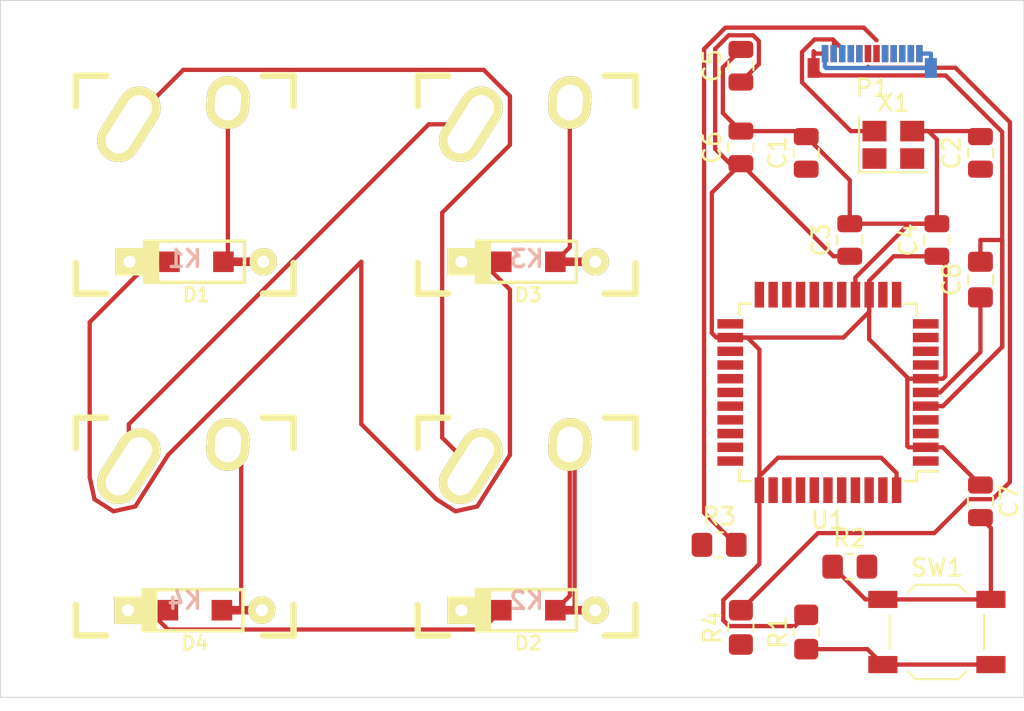
<source format=kicad_pcb>
(kicad_pcb (version 20171130) (host pcbnew "(5.1.10)-1")

  (general
    (thickness 1.6)
    (drawings 4)
    (tracks 155)
    (zones 0)
    (modules 24)
    (nets 45)
  )

  (page A4)
  (layers
    (0 F.Cu signal)
    (31 B.Cu signal)
    (32 B.Adhes user)
    (33 F.Adhes user)
    (34 B.Paste user)
    (35 F.Paste user)
    (36 B.SilkS user)
    (37 F.SilkS user)
    (38 B.Mask user)
    (39 F.Mask user)
    (40 Dwgs.User user)
    (41 Cmts.User user)
    (42 Eco1.User user)
    (43 Eco2.User user)
    (44 Edge.Cuts user)
    (45 Margin user)
    (46 B.CrtYd user)
    (47 F.CrtYd user)
    (48 B.Fab user)
    (49 F.Fab user)
  )

  (setup
    (last_trace_width 0.25)
    (trace_clearance 0.2)
    (zone_clearance 0.508)
    (zone_45_only no)
    (trace_min 0.2)
    (via_size 0.8)
    (via_drill 0.4)
    (via_min_size 0.4)
    (via_min_drill 0.3)
    (uvia_size 0.3)
    (uvia_drill 0.1)
    (uvias_allowed no)
    (uvia_min_size 0.2)
    (uvia_min_drill 0.1)
    (edge_width 0.05)
    (segment_width 0.2)
    (pcb_text_width 0.3)
    (pcb_text_size 1.5 1.5)
    (mod_edge_width 0.12)
    (mod_text_size 1 1)
    (mod_text_width 0.15)
    (pad_size 1.524 1.524)
    (pad_drill 0.762)
    (pad_to_mask_clearance 0)
    (aux_axis_origin 0 0)
    (visible_elements 7FFFF7FF)
    (pcbplotparams
      (layerselection 0x010fc_ffffffff)
      (usegerberextensions false)
      (usegerberattributes true)
      (usegerberadvancedattributes true)
      (creategerberjobfile true)
      (excludeedgelayer true)
      (linewidth 0.100000)
      (plotframeref false)
      (viasonmask false)
      (mode 1)
      (useauxorigin false)
      (hpglpennumber 1)
      (hpglpenspeed 20)
      (hpglpendiameter 15.000000)
      (psnegative false)
      (psa4output false)
      (plotreference true)
      (plotvalue true)
      (plotinvisibletext false)
      (padsonsilk false)
      (subtractmaskfromsilk false)
      (outputformat 1)
      (mirror false)
      (drillshape 1)
      (scaleselection 1)
      (outputdirectory ""))
  )

  (net 0 "")
  (net 1 "Net-(C1-Pad1)")
  (net 2 +5V)
  (net 3 "Net-(C2-Pad1)")
  (net 4 VCC)
  (net 5 "Net-(C8-Pad1)")
  (net 6 "Net-(D1-Pad2)")
  (net 7 /row0)
  (net 8 "Net-(D2-Pad2)")
  (net 9 /row1)
  (net 10 "Net-(D3-Pad2)")
  (net 11 "Net-(D4-Pad2)")
  (net 12 /col0)
  (net 13 /col1)
  (net 14 "Net-(P1-PadA5)")
  (net 15 "Net-(P1-PadA6)")
  (net 16 "Net-(P1-PadA7)")
  (net 17 "Net-(P1-PadB5)")
  (net 18 "Net-(R1-Pad1)")
  (net 19 "Net-(R2-Pad2)")
  (net 20 "Net-(R3-Pad1)")
  (net 21 "Net-(R4-Pad1)")
  (net 22 "Net-(U1-Pad1)")
  (net 23 "Net-(U1-Pad8)")
  (net 24 "Net-(U1-Pad9)")
  (net 25 "Net-(U1-Pad10)")
  (net 26 "Net-(U1-Pad11)")
  (net 27 "Net-(U1-Pad12)")
  (net 28 "Net-(U1-Pad18)")
  (net 29 "Net-(U1-Pad19)")
  (net 30 "Net-(U1-Pad20)")
  (net 31 "Net-(U1-Pad21)")
  (net 32 "Net-(U1-Pad22)")
  (net 33 "Net-(U1-Pad25)")
  (net 34 "Net-(U1-Pad26)")
  (net 35 "Net-(U1-Pad27)")
  (net 36 "Net-(U1-Pad28)")
  (net 37 "Net-(U1-Pad29)")
  (net 38 "Net-(U1-Pad30)")
  (net 39 "Net-(U1-Pad31)")
  (net 40 "Net-(U1-Pad32)")
  (net 41 "Net-(U1-Pad36)")
  (net 42 "Net-(U1-Pad37)")
  (net 43 "Net-(U1-Pad42)")
  (net 44 GND)

  (net_class Default "This is the default net class."
    (clearance 0.2)
    (trace_width 0.25)
    (via_dia 0.8)
    (via_drill 0.4)
    (uvia_dia 0.3)
    (uvia_drill 0.1)
    (add_net +5V)
    (add_net /col0)
    (add_net /col1)
    (add_net /row0)
    (add_net /row1)
    (add_net GND)
    (add_net "Net-(C1-Pad1)")
    (add_net "Net-(C2-Pad1)")
    (add_net "Net-(C8-Pad1)")
    (add_net "Net-(D1-Pad2)")
    (add_net "Net-(D2-Pad2)")
    (add_net "Net-(D3-Pad2)")
    (add_net "Net-(D4-Pad2)")
    (add_net "Net-(P1-PadA5)")
    (add_net "Net-(P1-PadA6)")
    (add_net "Net-(P1-PadA7)")
    (add_net "Net-(P1-PadB5)")
    (add_net "Net-(R1-Pad1)")
    (add_net "Net-(R2-Pad2)")
    (add_net "Net-(R3-Pad1)")
    (add_net "Net-(R4-Pad1)")
    (add_net "Net-(U1-Pad1)")
    (add_net "Net-(U1-Pad10)")
    (add_net "Net-(U1-Pad11)")
    (add_net "Net-(U1-Pad12)")
    (add_net "Net-(U1-Pad18)")
    (add_net "Net-(U1-Pad19)")
    (add_net "Net-(U1-Pad20)")
    (add_net "Net-(U1-Pad21)")
    (add_net "Net-(U1-Pad22)")
    (add_net "Net-(U1-Pad25)")
    (add_net "Net-(U1-Pad26)")
    (add_net "Net-(U1-Pad27)")
    (add_net "Net-(U1-Pad28)")
    (add_net "Net-(U1-Pad29)")
    (add_net "Net-(U1-Pad30)")
    (add_net "Net-(U1-Pad31)")
    (add_net "Net-(U1-Pad32)")
    (add_net "Net-(U1-Pad36)")
    (add_net "Net-(U1-Pad37)")
    (add_net "Net-(U1-Pad42)")
    (add_net "Net-(U1-Pad8)")
    (add_net "Net-(U1-Pad9)")
    (add_net VCC)
  )

  (module Housings_QFP:TQFP-44_10x10mm_Pitch0.8mm (layer F.Cu) (tedit 58CC9A48) (tstamp 60B2A252)
    (at 231.14 46.99 180)
    (descr "44-Lead Plastic Thin Quad Flatpack (PT) - 10x10x1.0 mm Body [TQFP] (see Microchip Packaging Specification 00000049BS.pdf)")
    (tags "QFP 0.8")
    (path /60B05651)
    (attr smd)
    (fp_text reference U1 (at 0 -7.45) (layer F.SilkS)
      (effects (font (size 1 1) (thickness 0.15)))
    )
    (fp_text value ATMEGA32U4 (at 0 7.45) (layer F.Fab)
      (effects (font (size 1 1) (thickness 0.15)))
    )
    (fp_line (start -4 -5) (end 5 -5) (layer F.Fab) (width 0.15))
    (fp_line (start 5 -5) (end 5 5) (layer F.Fab) (width 0.15))
    (fp_line (start 5 5) (end -5 5) (layer F.Fab) (width 0.15))
    (fp_line (start -5 5) (end -5 -4) (layer F.Fab) (width 0.15))
    (fp_line (start -5 -4) (end -4 -5) (layer F.Fab) (width 0.15))
    (fp_line (start -6.7 -6.7) (end -6.7 6.7) (layer F.CrtYd) (width 0.05))
    (fp_line (start 6.7 -6.7) (end 6.7 6.7) (layer F.CrtYd) (width 0.05))
    (fp_line (start -6.7 -6.7) (end 6.7 -6.7) (layer F.CrtYd) (width 0.05))
    (fp_line (start -6.7 6.7) (end 6.7 6.7) (layer F.CrtYd) (width 0.05))
    (fp_line (start -5.175 -5.175) (end -5.175 -4.6) (layer F.SilkS) (width 0.15))
    (fp_line (start 5.175 -5.175) (end 5.175 -4.5) (layer F.SilkS) (width 0.15))
    (fp_line (start 5.175 5.175) (end 5.175 4.5) (layer F.SilkS) (width 0.15))
    (fp_line (start -5.175 5.175) (end -5.175 4.5) (layer F.SilkS) (width 0.15))
    (fp_line (start -5.175 -5.175) (end -4.5 -5.175) (layer F.SilkS) (width 0.15))
    (fp_line (start -5.175 5.175) (end -4.5 5.175) (layer F.SilkS) (width 0.15))
    (fp_line (start 5.175 5.175) (end 4.5 5.175) (layer F.SilkS) (width 0.15))
    (fp_line (start 5.175 -5.175) (end 4.5 -5.175) (layer F.SilkS) (width 0.15))
    (fp_line (start -5.175 -4.6) (end -6.45 -4.6) (layer F.SilkS) (width 0.15))
    (fp_text user %R (at 0 0) (layer F.Fab)
      (effects (font (size 1 1) (thickness 0.15)))
    )
    (pad 1 smd rect (at -5.7 -4 180) (size 1.5 0.55) (layers F.Cu F.Paste F.Mask)
      (net 22 "Net-(U1-Pad1)"))
    (pad 2 smd rect (at -5.7 -3.2 180) (size 1.5 0.55) (layers F.Cu F.Paste F.Mask)
      (net 4 VCC))
    (pad 3 smd rect (at -5.7 -2.4 180) (size 1.5 0.55) (layers F.Cu F.Paste F.Mask)
      (net 20 "Net-(R3-Pad1)"))
    (pad 4 smd rect (at -5.7 -1.6 180) (size 1.5 0.55) (layers F.Cu F.Paste F.Mask)
      (net 21 "Net-(R4-Pad1)"))
    (pad 5 smd rect (at -5.7 -0.8 180) (size 1.5 0.55) (layers F.Cu F.Paste F.Mask)
      (net 2 +5V))
    (pad 6 smd rect (at -5.7 0 180) (size 1.5 0.55) (layers F.Cu F.Paste F.Mask)
      (net 5 "Net-(C8-Pad1)"))
    (pad 7 smd rect (at -5.7 0.8 180) (size 1.5 0.55) (layers F.Cu F.Paste F.Mask)
      (net 4 VCC))
    (pad 8 smd rect (at -5.7 1.6 180) (size 1.5 0.55) (layers F.Cu F.Paste F.Mask)
      (net 23 "Net-(U1-Pad8)"))
    (pad 9 smd rect (at -5.7 2.4 180) (size 1.5 0.55) (layers F.Cu F.Paste F.Mask)
      (net 24 "Net-(U1-Pad9)"))
    (pad 10 smd rect (at -5.7 3.2 180) (size 1.5 0.55) (layers F.Cu F.Paste F.Mask)
      (net 25 "Net-(U1-Pad10)"))
    (pad 11 smd rect (at -5.7 4 180) (size 1.5 0.55) (layers F.Cu F.Paste F.Mask)
      (net 26 "Net-(U1-Pad11)"))
    (pad 12 smd rect (at -4 5.7 270) (size 1.5 0.55) (layers F.Cu F.Paste F.Mask)
      (net 27 "Net-(U1-Pad12)"))
    (pad 13 smd rect (at -3.2 5.7 270) (size 1.5 0.55) (layers F.Cu F.Paste F.Mask)
      (net 18 "Net-(R1-Pad1)"))
    (pad 14 smd rect (at -2.4 5.7 270) (size 1.5 0.55) (layers F.Cu F.Paste F.Mask)
      (net 4 VCC))
    (pad 15 smd rect (at -1.6 5.7 270) (size 1.5 0.55) (layers F.Cu F.Paste F.Mask)
      (net 44 GND))
    (pad 16 smd rect (at -0.8 5.7 270) (size 1.5 0.55) (layers F.Cu F.Paste F.Mask)
      (net 1 "Net-(C1-Pad1)"))
    (pad 17 smd rect (at 0 5.7 270) (size 1.5 0.55) (layers F.Cu F.Paste F.Mask)
      (net 3 "Net-(C2-Pad1)"))
    (pad 18 smd rect (at 0.8 5.7 270) (size 1.5 0.55) (layers F.Cu F.Paste F.Mask)
      (net 28 "Net-(U1-Pad18)"))
    (pad 19 smd rect (at 1.6 5.7 270) (size 1.5 0.55) (layers F.Cu F.Paste F.Mask)
      (net 29 "Net-(U1-Pad19)"))
    (pad 20 smd rect (at 2.4 5.7 270) (size 1.5 0.55) (layers F.Cu F.Paste F.Mask)
      (net 30 "Net-(U1-Pad20)"))
    (pad 21 smd rect (at 3.2 5.7 270) (size 1.5 0.55) (layers F.Cu F.Paste F.Mask)
      (net 31 "Net-(U1-Pad21)"))
    (pad 22 smd rect (at 4 5.7 270) (size 1.5 0.55) (layers F.Cu F.Paste F.Mask)
      (net 32 "Net-(U1-Pad22)"))
    (pad 23 smd rect (at 5.7 4 180) (size 1.5 0.55) (layers F.Cu F.Paste F.Mask)
      (net 44 GND))
    (pad 24 smd rect (at 5.7 3.2 180) (size 1.5 0.55) (layers F.Cu F.Paste F.Mask)
      (net 4 VCC))
    (pad 25 smd rect (at 5.7 2.4 180) (size 1.5 0.55) (layers F.Cu F.Paste F.Mask)
      (net 33 "Net-(U1-Pad25)"))
    (pad 26 smd rect (at 5.7 1.6 180) (size 1.5 0.55) (layers F.Cu F.Paste F.Mask)
      (net 34 "Net-(U1-Pad26)"))
    (pad 27 smd rect (at 5.7 0.8 180) (size 1.5 0.55) (layers F.Cu F.Paste F.Mask)
      (net 35 "Net-(U1-Pad27)"))
    (pad 28 smd rect (at 5.7 0 180) (size 1.5 0.55) (layers F.Cu F.Paste F.Mask)
      (net 36 "Net-(U1-Pad28)"))
    (pad 29 smd rect (at 5.7 -0.8 180) (size 1.5 0.55) (layers F.Cu F.Paste F.Mask)
      (net 37 "Net-(U1-Pad29)"))
    (pad 30 smd rect (at 5.7 -1.6 180) (size 1.5 0.55) (layers F.Cu F.Paste F.Mask)
      (net 38 "Net-(U1-Pad30)"))
    (pad 31 smd rect (at 5.7 -2.4 180) (size 1.5 0.55) (layers F.Cu F.Paste F.Mask)
      (net 39 "Net-(U1-Pad31)"))
    (pad 32 smd rect (at 5.7 -3.2 180) (size 1.5 0.55) (layers F.Cu F.Paste F.Mask)
      (net 40 "Net-(U1-Pad32)"))
    (pad 33 smd rect (at 5.7 -4 180) (size 1.5 0.55) (layers F.Cu F.Paste F.Mask)
      (net 19 "Net-(R2-Pad2)"))
    (pad 34 smd rect (at 4 -5.7 270) (size 1.5 0.55) (layers F.Cu F.Paste F.Mask)
      (net 4 VCC))
    (pad 35 smd rect (at 3.2 -5.7 270) (size 1.5 0.55) (layers F.Cu F.Paste F.Mask)
      (net 44 GND))
    (pad 36 smd rect (at 2.4 -5.7 270) (size 1.5 0.55) (layers F.Cu F.Paste F.Mask)
      (net 41 "Net-(U1-Pad36)"))
    (pad 37 smd rect (at 1.6 -5.7 270) (size 1.5 0.55) (layers F.Cu F.Paste F.Mask)
      (net 42 "Net-(U1-Pad37)"))
    (pad 38 smd rect (at 0.8 -5.7 270) (size 1.5 0.55) (layers F.Cu F.Paste F.Mask)
      (net 13 /col1))
    (pad 39 smd rect (at 0 -5.7 270) (size 1.5 0.55) (layers F.Cu F.Paste F.Mask)
      (net 12 /col0))
    (pad 40 smd rect (at -0.8 -5.7 270) (size 1.5 0.55) (layers F.Cu F.Paste F.Mask)
      (net 9 /row1))
    (pad 41 smd rect (at -1.6 -5.7 270) (size 1.5 0.55) (layers F.Cu F.Paste F.Mask)
      (net 7 /row0))
    (pad 42 smd rect (at -2.4 -5.7 270) (size 1.5 0.55) (layers F.Cu F.Paste F.Mask)
      (net 43 "Net-(U1-Pad42)"))
    (pad 43 smd rect (at -3.2 -5.7 270) (size 1.5 0.55) (layers F.Cu F.Paste F.Mask)
      (net 44 GND))
    (pad 44 smd rect (at -4 -5.7 270) (size 1.5 0.55) (layers F.Cu F.Paste F.Mask)
      (net 4 VCC))
    (model ${KISYS3DMOD}/Housings_QFP.3dshapes/TQFP-44_10x10mm_Pitch0.8mm.wrl
      (at (xyz 0 0 0))
      (scale (xyz 1 1 1))
      (rotate (xyz 0 0 0))
    )
  )

  (module Capacitor_SMD:C_0805_2012Metric (layer F.Cu) (tedit 5F68FEEE) (tstamp 60B2A079)
    (at 240.03 53.34 270)
    (descr "Capacitor SMD 0805 (2012 Metric), square (rectangular) end terminal, IPC_7351 nominal, (Body size source: IPC-SM-782 page 76, https://www.pcb-3d.com/wordpress/wp-content/uploads/ipc-sm-782a_amendment_1_and_2.pdf, https://docs.google.com/spreadsheets/d/1BsfQQcO9C6DZCsRaXUlFlo91Tg2WpOkGARC1WS5S8t0/edit?usp=sharing), generated with kicad-footprint-generator")
    (tags capacitor)
    (path /60B244D7)
    (attr smd)
    (fp_text reference C7 (at 0 -1.68 90) (layer F.SilkS)
      (effects (font (size 1 1) (thickness 0.15)))
    )
    (fp_text value 4.7u (at 0 1.68 90) (layer F.Fab)
      (effects (font (size 1 1) (thickness 0.15)))
    )
    (fp_line (start -1 0.625) (end -1 -0.625) (layer F.Fab) (width 0.1))
    (fp_line (start -1 -0.625) (end 1 -0.625) (layer F.Fab) (width 0.1))
    (fp_line (start 1 -0.625) (end 1 0.625) (layer F.Fab) (width 0.1))
    (fp_line (start 1 0.625) (end -1 0.625) (layer F.Fab) (width 0.1))
    (fp_line (start -0.261252 -0.735) (end 0.261252 -0.735) (layer F.SilkS) (width 0.12))
    (fp_line (start -0.261252 0.735) (end 0.261252 0.735) (layer F.SilkS) (width 0.12))
    (fp_line (start -1.7 0.98) (end -1.7 -0.98) (layer F.CrtYd) (width 0.05))
    (fp_line (start -1.7 -0.98) (end 1.7 -0.98) (layer F.CrtYd) (width 0.05))
    (fp_line (start 1.7 -0.98) (end 1.7 0.98) (layer F.CrtYd) (width 0.05))
    (fp_line (start 1.7 0.98) (end -1.7 0.98) (layer F.CrtYd) (width 0.05))
    (fp_text user %R (at 0 0 90) (layer F.Fab)
      (effects (font (size 0.5 0.5) (thickness 0.08)))
    )
    (pad 1 smd roundrect (at -0.95 0 270) (size 1 1.45) (layers F.Cu F.Paste F.Mask) (roundrect_rratio 0.25)
      (net 4 VCC))
    (pad 2 smd roundrect (at 0.95 0 270) (size 1 1.45) (layers F.Cu F.Paste F.Mask) (roundrect_rratio 0.25)
      (net 44 GND))
    (model ${KISYS3DMOD}/Capacitor_SMD.3dshapes/C_0805_2012Metric.wrl
      (at (xyz 0 0 0))
      (scale (xyz 1 1 1))
      (rotate (xyz 0 0 0))
    )
  )

  (module Capacitor_SMD:C_0805_2012Metric (layer F.Cu) (tedit 5F68FEEE) (tstamp 60B2A013)
    (at 229.87 33.02 90)
    (descr "Capacitor SMD 0805 (2012 Metric), square (rectangular) end terminal, IPC_7351 nominal, (Body size source: IPC-SM-782 page 76, https://www.pcb-3d.com/wordpress/wp-content/uploads/ipc-sm-782a_amendment_1_and_2.pdf, https://docs.google.com/spreadsheets/d/1BsfQQcO9C6DZCsRaXUlFlo91Tg2WpOkGARC1WS5S8t0/edit?usp=sharing), generated with kicad-footprint-generator")
    (tags capacitor)
    (path /60B1126A)
    (attr smd)
    (fp_text reference C1 (at 0 -1.68 90) (layer F.SilkS)
      (effects (font (size 1 1) (thickness 0.15)))
    )
    (fp_text value 22p (at 0 1.68 90) (layer F.Fab)
      (effects (font (size 1 1) (thickness 0.15)))
    )
    (fp_line (start -1 0.625) (end -1 -0.625) (layer F.Fab) (width 0.1))
    (fp_line (start -1 -0.625) (end 1 -0.625) (layer F.Fab) (width 0.1))
    (fp_line (start 1 -0.625) (end 1 0.625) (layer F.Fab) (width 0.1))
    (fp_line (start 1 0.625) (end -1 0.625) (layer F.Fab) (width 0.1))
    (fp_line (start -0.261252 -0.735) (end 0.261252 -0.735) (layer F.SilkS) (width 0.12))
    (fp_line (start -0.261252 0.735) (end 0.261252 0.735) (layer F.SilkS) (width 0.12))
    (fp_line (start -1.7 0.98) (end -1.7 -0.98) (layer F.CrtYd) (width 0.05))
    (fp_line (start -1.7 -0.98) (end 1.7 -0.98) (layer F.CrtYd) (width 0.05))
    (fp_line (start 1.7 -0.98) (end 1.7 0.98) (layer F.CrtYd) (width 0.05))
    (fp_line (start 1.7 0.98) (end -1.7 0.98) (layer F.CrtYd) (width 0.05))
    (fp_text user %R (at 0 0 90) (layer F.Fab)
      (effects (font (size 0.5 0.5) (thickness 0.08)))
    )
    (pad 1 smd roundrect (at -0.95 0 90) (size 1 1.45) (layers F.Cu F.Paste F.Mask) (roundrect_rratio 0.25)
      (net 1 "Net-(C1-Pad1)"))
    (pad 2 smd roundrect (at 0.95 0 90) (size 1 1.45) (layers F.Cu F.Paste F.Mask) (roundrect_rratio 0.25)
      (net 44 GND))
    (model ${KISYS3DMOD}/Capacitor_SMD.3dshapes/C_0805_2012Metric.wrl
      (at (xyz 0 0 0))
      (scale (xyz 1 1 1))
      (rotate (xyz 0 0 0))
    )
  )

  (module Capacitor_SMD:C_0805_2012Metric (layer F.Cu) (tedit 5F68FEEE) (tstamp 60B2A024)
    (at 240.03 33.02 90)
    (descr "Capacitor SMD 0805 (2012 Metric), square (rectangular) end terminal, IPC_7351 nominal, (Body size source: IPC-SM-782 page 76, https://www.pcb-3d.com/wordpress/wp-content/uploads/ipc-sm-782a_amendment_1_and_2.pdf, https://docs.google.com/spreadsheets/d/1BsfQQcO9C6DZCsRaXUlFlo91Tg2WpOkGARC1WS5S8t0/edit?usp=sharing), generated with kicad-footprint-generator")
    (tags capacitor)
    (path /60B13CE8)
    (attr smd)
    (fp_text reference C2 (at 0 -1.68 90) (layer F.SilkS)
      (effects (font (size 1 1) (thickness 0.15)))
    )
    (fp_text value 22p (at 0 1.68 90) (layer F.Fab)
      (effects (font (size 1 1) (thickness 0.15)))
    )
    (fp_line (start 1.7 0.98) (end -1.7 0.98) (layer F.CrtYd) (width 0.05))
    (fp_line (start 1.7 -0.98) (end 1.7 0.98) (layer F.CrtYd) (width 0.05))
    (fp_line (start -1.7 -0.98) (end 1.7 -0.98) (layer F.CrtYd) (width 0.05))
    (fp_line (start -1.7 0.98) (end -1.7 -0.98) (layer F.CrtYd) (width 0.05))
    (fp_line (start -0.261252 0.735) (end 0.261252 0.735) (layer F.SilkS) (width 0.12))
    (fp_line (start -0.261252 -0.735) (end 0.261252 -0.735) (layer F.SilkS) (width 0.12))
    (fp_line (start 1 0.625) (end -1 0.625) (layer F.Fab) (width 0.1))
    (fp_line (start 1 -0.625) (end 1 0.625) (layer F.Fab) (width 0.1))
    (fp_line (start -1 -0.625) (end 1 -0.625) (layer F.Fab) (width 0.1))
    (fp_line (start -1 0.625) (end -1 -0.625) (layer F.Fab) (width 0.1))
    (fp_text user %R (at 0 0 90) (layer F.Fab)
      (effects (font (size 0.5 0.5) (thickness 0.08)))
    )
    (pad 2 smd roundrect (at 0.95 0 90) (size 1 1.45) (layers F.Cu F.Paste F.Mask) (roundrect_rratio 0.25)
      (net 44 GND))
    (pad 1 smd roundrect (at -0.95 0 90) (size 1 1.45) (layers F.Cu F.Paste F.Mask) (roundrect_rratio 0.25)
      (net 3 "Net-(C2-Pad1)"))
    (model ${KISYS3DMOD}/Capacitor_SMD.3dshapes/C_0805_2012Metric.wrl
      (at (xyz 0 0 0))
      (scale (xyz 1 1 1))
      (rotate (xyz 0 0 0))
    )
  )

  (module Capacitor_SMD:C_0805_2012Metric (layer F.Cu) (tedit 5F68FEEE) (tstamp 60B2A035)
    (at 232.41 38.1 90)
    (descr "Capacitor SMD 0805 (2012 Metric), square (rectangular) end terminal, IPC_7351 nominal, (Body size source: IPC-SM-782 page 76, https://www.pcb-3d.com/wordpress/wp-content/uploads/ipc-sm-782a_amendment_1_and_2.pdf, https://docs.google.com/spreadsheets/d/1BsfQQcO9C6DZCsRaXUlFlo91Tg2WpOkGARC1WS5S8t0/edit?usp=sharing), generated with kicad-footprint-generator")
    (tags capacitor)
    (path /60B1ED8E)
    (attr smd)
    (fp_text reference C3 (at 0 -1.68 90) (layer F.SilkS)
      (effects (font (size 1 1) (thickness 0.15)))
    )
    (fp_text value 0.1u (at 0 1.68 90) (layer F.Fab)
      (effects (font (size 1 1) (thickness 0.15)))
    )
    (fp_line (start -1 0.625) (end -1 -0.625) (layer F.Fab) (width 0.1))
    (fp_line (start -1 -0.625) (end 1 -0.625) (layer F.Fab) (width 0.1))
    (fp_line (start 1 -0.625) (end 1 0.625) (layer F.Fab) (width 0.1))
    (fp_line (start 1 0.625) (end -1 0.625) (layer F.Fab) (width 0.1))
    (fp_line (start -0.261252 -0.735) (end 0.261252 -0.735) (layer F.SilkS) (width 0.12))
    (fp_line (start -0.261252 0.735) (end 0.261252 0.735) (layer F.SilkS) (width 0.12))
    (fp_line (start -1.7 0.98) (end -1.7 -0.98) (layer F.CrtYd) (width 0.05))
    (fp_line (start -1.7 -0.98) (end 1.7 -0.98) (layer F.CrtYd) (width 0.05))
    (fp_line (start 1.7 -0.98) (end 1.7 0.98) (layer F.CrtYd) (width 0.05))
    (fp_line (start 1.7 0.98) (end -1.7 0.98) (layer F.CrtYd) (width 0.05))
    (fp_text user %R (at 0 0 90) (layer F.Fab)
      (effects (font (size 0.5 0.5) (thickness 0.08)))
    )
    (pad 1 smd roundrect (at -0.95 0 90) (size 1 1.45) (layers F.Cu F.Paste F.Mask) (roundrect_rratio 0.25)
      (net 4 VCC))
    (pad 2 smd roundrect (at 0.95 0 90) (size 1 1.45) (layers F.Cu F.Paste F.Mask) (roundrect_rratio 0.25)
      (net 44 GND))
    (model ${KISYS3DMOD}/Capacitor_SMD.3dshapes/C_0805_2012Metric.wrl
      (at (xyz 0 0 0))
      (scale (xyz 1 1 1))
      (rotate (xyz 0 0 0))
    )
  )

  (module Capacitor_SMD:C_0805_2012Metric (layer F.Cu) (tedit 5F68FEEE) (tstamp 60B2A046)
    (at 237.49 38.1 90)
    (descr "Capacitor SMD 0805 (2012 Metric), square (rectangular) end terminal, IPC_7351 nominal, (Body size source: IPC-SM-782 page 76, https://www.pcb-3d.com/wordpress/wp-content/uploads/ipc-sm-782a_amendment_1_and_2.pdf, https://docs.google.com/spreadsheets/d/1BsfQQcO9C6DZCsRaXUlFlo91Tg2WpOkGARC1WS5S8t0/edit?usp=sharing), generated with kicad-footprint-generator")
    (tags capacitor)
    (path /60B1F7B6)
    (attr smd)
    (fp_text reference C4 (at 0 -1.68 90) (layer F.SilkS)
      (effects (font (size 1 1) (thickness 0.15)))
    )
    (fp_text value 0.1u (at 0 1.68 90) (layer F.Fab)
      (effects (font (size 1 1) (thickness 0.15)))
    )
    (fp_line (start 1.7 0.98) (end -1.7 0.98) (layer F.CrtYd) (width 0.05))
    (fp_line (start 1.7 -0.98) (end 1.7 0.98) (layer F.CrtYd) (width 0.05))
    (fp_line (start -1.7 -0.98) (end 1.7 -0.98) (layer F.CrtYd) (width 0.05))
    (fp_line (start -1.7 0.98) (end -1.7 -0.98) (layer F.CrtYd) (width 0.05))
    (fp_line (start -0.261252 0.735) (end 0.261252 0.735) (layer F.SilkS) (width 0.12))
    (fp_line (start -0.261252 -0.735) (end 0.261252 -0.735) (layer F.SilkS) (width 0.12))
    (fp_line (start 1 0.625) (end -1 0.625) (layer F.Fab) (width 0.1))
    (fp_line (start 1 -0.625) (end 1 0.625) (layer F.Fab) (width 0.1))
    (fp_line (start -1 -0.625) (end 1 -0.625) (layer F.Fab) (width 0.1))
    (fp_line (start -1 0.625) (end -1 -0.625) (layer F.Fab) (width 0.1))
    (fp_text user %R (at 0 0 90) (layer F.Fab)
      (effects (font (size 0.5 0.5) (thickness 0.08)))
    )
    (pad 2 smd roundrect (at 0.95 0 90) (size 1 1.45) (layers F.Cu F.Paste F.Mask) (roundrect_rratio 0.25)
      (net 44 GND))
    (pad 1 smd roundrect (at -0.95 0 90) (size 1 1.45) (layers F.Cu F.Paste F.Mask) (roundrect_rratio 0.25)
      (net 4 VCC))
    (model ${KISYS3DMOD}/Capacitor_SMD.3dshapes/C_0805_2012Metric.wrl
      (at (xyz 0 0 0))
      (scale (xyz 1 1 1))
      (rotate (xyz 0 0 0))
    )
  )

  (module Capacitor_SMD:C_0805_2012Metric (layer F.Cu) (tedit 5F68FEEE) (tstamp 60B2A057)
    (at 226.06 27.94 90)
    (descr "Capacitor SMD 0805 (2012 Metric), square (rectangular) end terminal, IPC_7351 nominal, (Body size source: IPC-SM-782 page 76, https://www.pcb-3d.com/wordpress/wp-content/uploads/ipc-sm-782a_amendment_1_and_2.pdf, https://docs.google.com/spreadsheets/d/1BsfQQcO9C6DZCsRaXUlFlo91Tg2WpOkGARC1WS5S8t0/edit?usp=sharing), generated with kicad-footprint-generator")
    (tags capacitor)
    (path /60B1FDF6)
    (attr smd)
    (fp_text reference C5 (at 0 -1.68 90) (layer F.SilkS)
      (effects (font (size 1 1) (thickness 0.15)))
    )
    (fp_text value 0.1u (at 0 1.68 90) (layer F.Fab)
      (effects (font (size 1 1) (thickness 0.15)))
    )
    (fp_line (start -1 0.625) (end -1 -0.625) (layer F.Fab) (width 0.1))
    (fp_line (start -1 -0.625) (end 1 -0.625) (layer F.Fab) (width 0.1))
    (fp_line (start 1 -0.625) (end 1 0.625) (layer F.Fab) (width 0.1))
    (fp_line (start 1 0.625) (end -1 0.625) (layer F.Fab) (width 0.1))
    (fp_line (start -0.261252 -0.735) (end 0.261252 -0.735) (layer F.SilkS) (width 0.12))
    (fp_line (start -0.261252 0.735) (end 0.261252 0.735) (layer F.SilkS) (width 0.12))
    (fp_line (start -1.7 0.98) (end -1.7 -0.98) (layer F.CrtYd) (width 0.05))
    (fp_line (start -1.7 -0.98) (end 1.7 -0.98) (layer F.CrtYd) (width 0.05))
    (fp_line (start 1.7 -0.98) (end 1.7 0.98) (layer F.CrtYd) (width 0.05))
    (fp_line (start 1.7 0.98) (end -1.7 0.98) (layer F.CrtYd) (width 0.05))
    (fp_text user %R (at 0 0 90) (layer F.Fab)
      (effects (font (size 0.5 0.5) (thickness 0.08)))
    )
    (pad 1 smd roundrect (at -0.95 0 90) (size 1 1.45) (layers F.Cu F.Paste F.Mask) (roundrect_rratio 0.25)
      (net 4 VCC))
    (pad 2 smd roundrect (at 0.95 0 90) (size 1 1.45) (layers F.Cu F.Paste F.Mask) (roundrect_rratio 0.25)
      (net 44 GND))
    (model ${KISYS3DMOD}/Capacitor_SMD.3dshapes/C_0805_2012Metric.wrl
      (at (xyz 0 0 0))
      (scale (xyz 1 1 1))
      (rotate (xyz 0 0 0))
    )
  )

  (module Capacitor_SMD:C_0805_2012Metric (layer F.Cu) (tedit 5F68FEEE) (tstamp 60B2A068)
    (at 226.06 32.7 90)
    (descr "Capacitor SMD 0805 (2012 Metric), square (rectangular) end terminal, IPC_7351 nominal, (Body size source: IPC-SM-782 page 76, https://www.pcb-3d.com/wordpress/wp-content/uploads/ipc-sm-782a_amendment_1_and_2.pdf, https://docs.google.com/spreadsheets/d/1BsfQQcO9C6DZCsRaXUlFlo91Tg2WpOkGARC1WS5S8t0/edit?usp=sharing), generated with kicad-footprint-generator")
    (tags capacitor)
    (path /60B1FE00)
    (attr smd)
    (fp_text reference C6 (at 0 -1.68 90) (layer F.SilkS)
      (effects (font (size 1 1) (thickness 0.15)))
    )
    (fp_text value 0.1u (at 0 1.68 90) (layer F.Fab)
      (effects (font (size 1 1) (thickness 0.15)))
    )
    (fp_line (start 1.7 0.98) (end -1.7 0.98) (layer F.CrtYd) (width 0.05))
    (fp_line (start 1.7 -0.98) (end 1.7 0.98) (layer F.CrtYd) (width 0.05))
    (fp_line (start -1.7 -0.98) (end 1.7 -0.98) (layer F.CrtYd) (width 0.05))
    (fp_line (start -1.7 0.98) (end -1.7 -0.98) (layer F.CrtYd) (width 0.05))
    (fp_line (start -0.261252 0.735) (end 0.261252 0.735) (layer F.SilkS) (width 0.12))
    (fp_line (start -0.261252 -0.735) (end 0.261252 -0.735) (layer F.SilkS) (width 0.12))
    (fp_line (start 1 0.625) (end -1 0.625) (layer F.Fab) (width 0.1))
    (fp_line (start 1 -0.625) (end 1 0.625) (layer F.Fab) (width 0.1))
    (fp_line (start -1 -0.625) (end 1 -0.625) (layer F.Fab) (width 0.1))
    (fp_line (start -1 0.625) (end -1 -0.625) (layer F.Fab) (width 0.1))
    (fp_text user %R (at 0 0 90) (layer F.Fab)
      (effects (font (size 0.5 0.5) (thickness 0.08)))
    )
    (pad 2 smd roundrect (at 0.95 0 90) (size 1 1.45) (layers F.Cu F.Paste F.Mask) (roundrect_rratio 0.25)
      (net 44 GND))
    (pad 1 smd roundrect (at -0.95 0 90) (size 1 1.45) (layers F.Cu F.Paste F.Mask) (roundrect_rratio 0.25)
      (net 4 VCC))
    (model ${KISYS3DMOD}/Capacitor_SMD.3dshapes/C_0805_2012Metric.wrl
      (at (xyz 0 0 0))
      (scale (xyz 1 1 1))
      (rotate (xyz 0 0 0))
    )
  )

  (module Capacitor_SMD:C_0805_2012Metric_Pad1.18x1.45mm_HandSolder (layer F.Cu) (tedit 5F68FEEF) (tstamp 60B2A08A)
    (at 240.03 40.4075 90)
    (descr "Capacitor SMD 0805 (2012 Metric), square (rectangular) end terminal, IPC_7351 nominal with elongated pad for handsoldering. (Body size source: IPC-SM-782 page 76, https://www.pcb-3d.com/wordpress/wp-content/uploads/ipc-sm-782a_amendment_1_and_2.pdf, https://docs.google.com/spreadsheets/d/1BsfQQcO9C6DZCsRaXUlFlo91Tg2WpOkGARC1WS5S8t0/edit?usp=sharing), generated with kicad-footprint-generator")
    (tags "capacitor handsolder")
    (path /60B394A3)
    (attr smd)
    (fp_text reference C8 (at 0 -1.68 90) (layer F.SilkS)
      (effects (font (size 1 1) (thickness 0.15)))
    )
    (fp_text value 1u (at 0 1.68 90) (layer F.Fab)
      (effects (font (size 1 1) (thickness 0.15)))
    )
    (fp_line (start -1 0.625) (end -1 -0.625) (layer F.Fab) (width 0.1))
    (fp_line (start -1 -0.625) (end 1 -0.625) (layer F.Fab) (width 0.1))
    (fp_line (start 1 -0.625) (end 1 0.625) (layer F.Fab) (width 0.1))
    (fp_line (start 1 0.625) (end -1 0.625) (layer F.Fab) (width 0.1))
    (fp_line (start -0.261252 -0.735) (end 0.261252 -0.735) (layer F.SilkS) (width 0.12))
    (fp_line (start -0.261252 0.735) (end 0.261252 0.735) (layer F.SilkS) (width 0.12))
    (fp_line (start -1.88 0.98) (end -1.88 -0.98) (layer F.CrtYd) (width 0.05))
    (fp_line (start -1.88 -0.98) (end 1.88 -0.98) (layer F.CrtYd) (width 0.05))
    (fp_line (start 1.88 -0.98) (end 1.88 0.98) (layer F.CrtYd) (width 0.05))
    (fp_line (start 1.88 0.98) (end -1.88 0.98) (layer F.CrtYd) (width 0.05))
    (fp_text user %R (at 0 0 90) (layer F.Fab)
      (effects (font (size 0.5 0.5) (thickness 0.08)))
    )
    (pad 1 smd roundrect (at -1.0375 0 90) (size 1.175 1.45) (layers F.Cu F.Paste F.Mask) (roundrect_rratio 0.212766)
      (net 5 "Net-(C8-Pad1)"))
    (pad 2 smd roundrect (at 1.0375 0 90) (size 1.175 1.45) (layers F.Cu F.Paste F.Mask) (roundrect_rratio 0.212766)
      (net 2 +5V))
    (model ${KISYS3DMOD}/Capacitor_SMD.3dshapes/C_0805_2012Metric.wrl
      (at (xyz 0 0 0))
      (scale (xyz 1 1 1))
      (rotate (xyz 0 0 0))
    )
  )

  (module keyboard_parts:D_SOD123_axial (layer F.Cu) (tedit 561B6A12) (tstamp 60B2A09D)
    (at 194.31 39.37)
    (path /60B60C5F)
    (attr smd)
    (fp_text reference D1 (at 0 1.925) (layer F.SilkS)
      (effects (font (size 0.8 0.8) (thickness 0.15)))
    )
    (fp_text value D (at 0 -1.925) (layer F.SilkS) hide
      (effects (font (size 0.8 0.8) (thickness 0.15)))
    )
    (fp_line (start 2.8 1.2) (end -3 1.2) (layer F.SilkS) (width 0.2))
    (fp_line (start 2.8 -1.2) (end 2.8 1.2) (layer F.SilkS) (width 0.2))
    (fp_line (start -3 -1.2) (end 2.8 -1.2) (layer F.SilkS) (width 0.2))
    (fp_line (start -2.925 -1.2) (end -2.925 1.2) (layer F.SilkS) (width 0.2))
    (fp_line (start -2.8 -1.2) (end -2.8 1.2) (layer F.SilkS) (width 0.2))
    (fp_line (start -3.025 1.2) (end -3.025 -1.2) (layer F.SilkS) (width 0.2))
    (fp_line (start -2.625 -1.2) (end -2.625 1.2) (layer F.SilkS) (width 0.2))
    (fp_line (start -2.45 -1.2) (end -2.45 1.2) (layer F.SilkS) (width 0.2))
    (fp_line (start -2.275 -1.2) (end -2.275 1.2) (layer F.SilkS) (width 0.2))
    (pad 2 smd rect (at 2.7 0) (size 2.5 0.5) (layers F.Cu)
      (net 6 "Net-(D1-Pad2)") (solder_mask_margin -999))
    (pad 1 smd rect (at -2.7 0) (size 2.5 0.5) (layers F.Cu)
      (net 7 /row0) (solder_mask_margin -999))
    (pad 2 thru_hole circle (at 3.9 0) (size 1.6 1.6) (drill 0.7) (layers *.Cu *.Mask F.SilkS)
      (net 6 "Net-(D1-Pad2)"))
    (pad 1 thru_hole rect (at -3.9 0) (size 1.6 1.6) (drill 0.7) (layers *.Cu *.Mask F.SilkS)
      (net 7 /row0))
    (pad 1 smd rect (at -1.575 0) (size 1.2 1.2) (layers F.Cu F.Paste F.Mask)
      (net 7 /row0))
    (pad 2 smd rect (at 1.575 0) (size 1.2 1.2) (layers F.Cu F.Paste F.Mask)
      (net 6 "Net-(D1-Pad2)"))
  )

  (module keyboard_parts:D_SOD123_axial (layer F.Cu) (tedit 561B6A12) (tstamp 60B2A0B0)
    (at 213.665 59.69)
    (path /60B6563E)
    (attr smd)
    (fp_text reference D2 (at 0 1.925) (layer F.SilkS)
      (effects (font (size 0.8 0.8) (thickness 0.15)))
    )
    (fp_text value D (at 0 -1.925) (layer F.SilkS) hide
      (effects (font (size 0.8 0.8) (thickness 0.15)))
    )
    (fp_line (start -2.275 -1.2) (end -2.275 1.2) (layer F.SilkS) (width 0.2))
    (fp_line (start -2.45 -1.2) (end -2.45 1.2) (layer F.SilkS) (width 0.2))
    (fp_line (start -2.625 -1.2) (end -2.625 1.2) (layer F.SilkS) (width 0.2))
    (fp_line (start -3.025 1.2) (end -3.025 -1.2) (layer F.SilkS) (width 0.2))
    (fp_line (start -2.8 -1.2) (end -2.8 1.2) (layer F.SilkS) (width 0.2))
    (fp_line (start -2.925 -1.2) (end -2.925 1.2) (layer F.SilkS) (width 0.2))
    (fp_line (start -3 -1.2) (end 2.8 -1.2) (layer F.SilkS) (width 0.2))
    (fp_line (start 2.8 -1.2) (end 2.8 1.2) (layer F.SilkS) (width 0.2))
    (fp_line (start 2.8 1.2) (end -3 1.2) (layer F.SilkS) (width 0.2))
    (pad 2 smd rect (at 1.575 0) (size 1.2 1.2) (layers F.Cu F.Paste F.Mask)
      (net 8 "Net-(D2-Pad2)"))
    (pad 1 smd rect (at -1.575 0) (size 1.2 1.2) (layers F.Cu F.Paste F.Mask)
      (net 9 /row1))
    (pad 1 thru_hole rect (at -3.9 0) (size 1.6 1.6) (drill 0.7) (layers *.Cu *.Mask F.SilkS)
      (net 9 /row1))
    (pad 2 thru_hole circle (at 3.9 0) (size 1.6 1.6) (drill 0.7) (layers *.Cu *.Mask F.SilkS)
      (net 8 "Net-(D2-Pad2)"))
    (pad 1 smd rect (at -2.7 0) (size 2.5 0.5) (layers F.Cu)
      (net 9 /row1) (solder_mask_margin -999))
    (pad 2 smd rect (at 2.7 0) (size 2.5 0.5) (layers F.Cu)
      (net 8 "Net-(D2-Pad2)") (solder_mask_margin -999))
  )

  (module keyboard_parts:D_SOD123_axial (layer F.Cu) (tedit 561B6A12) (tstamp 60B2A0C3)
    (at 213.665 39.37)
    (path /60B7733A)
    (attr smd)
    (fp_text reference D3 (at 0 1.925) (layer F.SilkS)
      (effects (font (size 0.8 0.8) (thickness 0.15)))
    )
    (fp_text value D (at 0 -1.925) (layer F.SilkS) hide
      (effects (font (size 0.8 0.8) (thickness 0.15)))
    )
    (fp_line (start 2.8 1.2) (end -3 1.2) (layer F.SilkS) (width 0.2))
    (fp_line (start 2.8 -1.2) (end 2.8 1.2) (layer F.SilkS) (width 0.2))
    (fp_line (start -3 -1.2) (end 2.8 -1.2) (layer F.SilkS) (width 0.2))
    (fp_line (start -2.925 -1.2) (end -2.925 1.2) (layer F.SilkS) (width 0.2))
    (fp_line (start -2.8 -1.2) (end -2.8 1.2) (layer F.SilkS) (width 0.2))
    (fp_line (start -3.025 1.2) (end -3.025 -1.2) (layer F.SilkS) (width 0.2))
    (fp_line (start -2.625 -1.2) (end -2.625 1.2) (layer F.SilkS) (width 0.2))
    (fp_line (start -2.45 -1.2) (end -2.45 1.2) (layer F.SilkS) (width 0.2))
    (fp_line (start -2.275 -1.2) (end -2.275 1.2) (layer F.SilkS) (width 0.2))
    (pad 2 smd rect (at 2.7 0) (size 2.5 0.5) (layers F.Cu)
      (net 10 "Net-(D3-Pad2)") (solder_mask_margin -999))
    (pad 1 smd rect (at -2.7 0) (size 2.5 0.5) (layers F.Cu)
      (net 7 /row0) (solder_mask_margin -999))
    (pad 2 thru_hole circle (at 3.9 0) (size 1.6 1.6) (drill 0.7) (layers *.Cu *.Mask F.SilkS)
      (net 10 "Net-(D3-Pad2)"))
    (pad 1 thru_hole rect (at -3.9 0) (size 1.6 1.6) (drill 0.7) (layers *.Cu *.Mask F.SilkS)
      (net 7 /row0))
    (pad 1 smd rect (at -1.575 0) (size 1.2 1.2) (layers F.Cu F.Paste F.Mask)
      (net 7 /row0))
    (pad 2 smd rect (at 1.575 0) (size 1.2 1.2) (layers F.Cu F.Paste F.Mask)
      (net 10 "Net-(D3-Pad2)"))
  )

  (module keyboard_parts:D_SOD123_axial (layer F.Cu) (tedit 561B6A12) (tstamp 60B2A0D6)
    (at 194.22 59.69)
    (path /60B77350)
    (attr smd)
    (fp_text reference D4 (at 0 1.925) (layer F.SilkS)
      (effects (font (size 0.8 0.8) (thickness 0.15)))
    )
    (fp_text value D (at 0 -1.925) (layer F.SilkS) hide
      (effects (font (size 0.8 0.8) (thickness 0.15)))
    )
    (fp_line (start -2.275 -1.2) (end -2.275 1.2) (layer F.SilkS) (width 0.2))
    (fp_line (start -2.45 -1.2) (end -2.45 1.2) (layer F.SilkS) (width 0.2))
    (fp_line (start -2.625 -1.2) (end -2.625 1.2) (layer F.SilkS) (width 0.2))
    (fp_line (start -3.025 1.2) (end -3.025 -1.2) (layer F.SilkS) (width 0.2))
    (fp_line (start -2.8 -1.2) (end -2.8 1.2) (layer F.SilkS) (width 0.2))
    (fp_line (start -2.925 -1.2) (end -2.925 1.2) (layer F.SilkS) (width 0.2))
    (fp_line (start -3 -1.2) (end 2.8 -1.2) (layer F.SilkS) (width 0.2))
    (fp_line (start 2.8 -1.2) (end 2.8 1.2) (layer F.SilkS) (width 0.2))
    (fp_line (start 2.8 1.2) (end -3 1.2) (layer F.SilkS) (width 0.2))
    (pad 2 smd rect (at 1.575 0) (size 1.2 1.2) (layers F.Cu F.Paste F.Mask)
      (net 11 "Net-(D4-Pad2)"))
    (pad 1 smd rect (at -1.575 0) (size 1.2 1.2) (layers F.Cu F.Paste F.Mask)
      (net 9 /row1))
    (pad 1 thru_hole rect (at -3.9 0) (size 1.6 1.6) (drill 0.7) (layers *.Cu *.Mask F.SilkS)
      (net 9 /row1))
    (pad 2 thru_hole circle (at 3.9 0) (size 1.6 1.6) (drill 0.7) (layers *.Cu *.Mask F.SilkS)
      (net 11 "Net-(D4-Pad2)"))
    (pad 1 smd rect (at -2.7 0) (size 2.5 0.5) (layers F.Cu)
      (net 9 /row1) (solder_mask_margin -999))
    (pad 2 smd rect (at 2.7 0) (size 2.5 0.5) (layers F.Cu)
      (net 11 "Net-(D4-Pad2)") (solder_mask_margin -999))
  )

  (module keebs:Mx_Alps_100 (layer F.Cu) (tedit 5F25CCD9) (tstamp 60B2A0FB)
    (at 193.624201 34.874201)
    (descr MXALPS)
    (tags MXALPS)
    (path /60B604D3)
    (fp_text reference K1 (at 0 4.318) (layer B.SilkS)
      (effects (font (size 1 1) (thickness 0.2)) (justify mirror))
    )
    (fp_text value KEYSW (at 5.334 10.922) (layer B.SilkS) hide
      (effects (font (size 1.524 1.524) (thickness 0.3048)) (justify mirror))
    )
    (fp_line (start -6.35 -6.35) (end 6.35 -6.35) (layer Cmts.User) (width 0.1524))
    (fp_line (start 6.35 -6.35) (end 6.35 6.35) (layer Cmts.User) (width 0.1524))
    (fp_line (start 6.35 6.35) (end -6.35 6.35) (layer Cmts.User) (width 0.1524))
    (fp_line (start -6.35 6.35) (end -6.35 -6.35) (layer Cmts.User) (width 0.1524))
    (fp_line (start -9.398 -9.398) (end 9.398 -9.398) (layer Dwgs.User) (width 0.1524))
    (fp_line (start 9.398 -9.398) (end 9.398 9.398) (layer Dwgs.User) (width 0.1524))
    (fp_line (start 9.398 9.398) (end -9.398 9.398) (layer Dwgs.User) (width 0.1524))
    (fp_line (start -9.398 9.398) (end -9.398 -9.398) (layer Dwgs.User) (width 0.1524))
    (fp_line (start -6.35 -6.35) (end -4.572 -6.35) (layer F.SilkS) (width 0.381))
    (fp_line (start 4.572 -6.35) (end 6.35 -6.35) (layer F.SilkS) (width 0.381))
    (fp_line (start 6.35 -6.35) (end 6.35 -4.572) (layer F.SilkS) (width 0.381))
    (fp_line (start 6.35 4.572) (end 6.35 6.35) (layer F.SilkS) (width 0.381))
    (fp_line (start 6.35 6.35) (end 4.572 6.35) (layer F.SilkS) (width 0.381))
    (fp_line (start -4.572 6.35) (end -6.35 6.35) (layer F.SilkS) (width 0.381))
    (fp_line (start -6.35 6.35) (end -6.35 4.572) (layer F.SilkS) (width 0.381))
    (fp_line (start -6.35 -4.572) (end -6.35 -6.35) (layer F.SilkS) (width 0.381))
    (fp_line (start -6.985 -6.985) (end 6.985 -6.985) (layer Eco2.User) (width 0.1524))
    (fp_line (start 6.985 -6.985) (end 6.985 6.985) (layer Eco2.User) (width 0.1524))
    (fp_line (start 6.985 6.985) (end -6.985 6.985) (layer Eco2.User) (width 0.1524))
    (fp_line (start -6.985 6.985) (end -6.985 -6.985) (layer Eco2.User) (width 0.1524))
    (fp_line (start -7.75 6.4) (end -7.75 -6.4) (layer Dwgs.User) (width 0.3))
    (fp_line (start -7.75 6.4) (end 7.75 6.4) (layer Dwgs.User) (width 0.3))
    (fp_line (start 7.75 6.4) (end 7.75 -6.4) (layer Dwgs.User) (width 0.3))
    (fp_line (start 7.75 -6.4) (end -7.75 -6.4) (layer Dwgs.User) (width 0.3))
    (fp_line (start -7.62 -7.62) (end 7.62 -7.62) (layer Dwgs.User) (width 0.3))
    (fp_line (start 7.62 -7.62) (end 7.62 7.62) (layer Dwgs.User) (width 0.3))
    (fp_line (start 7.62 7.62) (end -7.62 7.62) (layer Dwgs.User) (width 0.3))
    (fp_line (start -7.62 7.62) (end -7.62 -7.62) (layer Dwgs.User) (width 0.3))
    (pad 2 thru_hole oval (at 2.52 -4.79 356.1) (size 2.5 3.08) (drill oval 1.5 2.08) (layers *.Cu *.Mask F.SilkS)
      (net 6 "Net-(D1-Pad2)"))
    (pad 1 thru_hole oval (at -3.255 -3.52 327.5) (size 2.5 4.75) (drill oval 1.5 3.75) (layers *.Cu *.Mask F.SilkS)
      (net 12 /col0))
    (pad "" np_thru_hole circle (at 5.08 0) (size 1.7018 1.7018) (drill 1.7018) (layers *.Cu *.Mask))
    (pad "" np_thru_hole circle (at -5.08 0) (size 1.7018 1.7018) (drill 1.7018) (layers *.Cu *.Mask))
    (pad "" np_thru_hole circle (at 0 0) (size 3.9878 3.9878) (drill 3.9878) (layers *.Cu *.Mask))
  )

  (module keebs:Mx_Alps_100 (layer F.Cu) (tedit 5F25CCD9) (tstamp 60B2A120)
    (at 213.564201 54.814201)
    (descr MXALPS)
    (tags MXALPS)
    (path /60B65624)
    (fp_text reference K2 (at 0 4.318) (layer B.SilkS)
      (effects (font (size 1 1) (thickness 0.2)) (justify mirror))
    )
    (fp_text value KEYSW (at 5.334 10.922) (layer B.SilkS) hide
      (effects (font (size 1.524 1.524) (thickness 0.3048)) (justify mirror))
    )
    (fp_line (start -7.62 7.62) (end -7.62 -7.62) (layer Dwgs.User) (width 0.3))
    (fp_line (start 7.62 7.62) (end -7.62 7.62) (layer Dwgs.User) (width 0.3))
    (fp_line (start 7.62 -7.62) (end 7.62 7.62) (layer Dwgs.User) (width 0.3))
    (fp_line (start -7.62 -7.62) (end 7.62 -7.62) (layer Dwgs.User) (width 0.3))
    (fp_line (start 7.75 -6.4) (end -7.75 -6.4) (layer Dwgs.User) (width 0.3))
    (fp_line (start 7.75 6.4) (end 7.75 -6.4) (layer Dwgs.User) (width 0.3))
    (fp_line (start -7.75 6.4) (end 7.75 6.4) (layer Dwgs.User) (width 0.3))
    (fp_line (start -7.75 6.4) (end -7.75 -6.4) (layer Dwgs.User) (width 0.3))
    (fp_line (start -6.985 6.985) (end -6.985 -6.985) (layer Eco2.User) (width 0.1524))
    (fp_line (start 6.985 6.985) (end -6.985 6.985) (layer Eco2.User) (width 0.1524))
    (fp_line (start 6.985 -6.985) (end 6.985 6.985) (layer Eco2.User) (width 0.1524))
    (fp_line (start -6.985 -6.985) (end 6.985 -6.985) (layer Eco2.User) (width 0.1524))
    (fp_line (start -6.35 -4.572) (end -6.35 -6.35) (layer F.SilkS) (width 0.381))
    (fp_line (start -6.35 6.35) (end -6.35 4.572) (layer F.SilkS) (width 0.381))
    (fp_line (start -4.572 6.35) (end -6.35 6.35) (layer F.SilkS) (width 0.381))
    (fp_line (start 6.35 6.35) (end 4.572 6.35) (layer F.SilkS) (width 0.381))
    (fp_line (start 6.35 4.572) (end 6.35 6.35) (layer F.SilkS) (width 0.381))
    (fp_line (start 6.35 -6.35) (end 6.35 -4.572) (layer F.SilkS) (width 0.381))
    (fp_line (start 4.572 -6.35) (end 6.35 -6.35) (layer F.SilkS) (width 0.381))
    (fp_line (start -6.35 -6.35) (end -4.572 -6.35) (layer F.SilkS) (width 0.381))
    (fp_line (start -9.398 9.398) (end -9.398 -9.398) (layer Dwgs.User) (width 0.1524))
    (fp_line (start 9.398 9.398) (end -9.398 9.398) (layer Dwgs.User) (width 0.1524))
    (fp_line (start 9.398 -9.398) (end 9.398 9.398) (layer Dwgs.User) (width 0.1524))
    (fp_line (start -9.398 -9.398) (end 9.398 -9.398) (layer Dwgs.User) (width 0.1524))
    (fp_line (start -6.35 6.35) (end -6.35 -6.35) (layer Cmts.User) (width 0.1524))
    (fp_line (start 6.35 6.35) (end -6.35 6.35) (layer Cmts.User) (width 0.1524))
    (fp_line (start 6.35 -6.35) (end 6.35 6.35) (layer Cmts.User) (width 0.1524))
    (fp_line (start -6.35 -6.35) (end 6.35 -6.35) (layer Cmts.User) (width 0.1524))
    (pad "" np_thru_hole circle (at 0 0) (size 3.9878 3.9878) (drill 3.9878) (layers *.Cu *.Mask))
    (pad "" np_thru_hole circle (at -5.08 0) (size 1.7018 1.7018) (drill 1.7018) (layers *.Cu *.Mask))
    (pad "" np_thru_hole circle (at 5.08 0) (size 1.7018 1.7018) (drill 1.7018) (layers *.Cu *.Mask))
    (pad 1 thru_hole oval (at -3.255 -3.52 327.5) (size 2.5 4.75) (drill oval 1.5 3.75) (layers *.Cu *.Mask F.SilkS)
      (net 12 /col0))
    (pad 2 thru_hole oval (at 2.52 -4.79 356.1) (size 2.5 3.08) (drill oval 1.5 2.08) (layers *.Cu *.Mask F.SilkS)
      (net 8 "Net-(D2-Pad2)"))
  )

  (module keebs:Mx_Alps_100 (layer F.Cu) (tedit 5F25CCD9) (tstamp 60B2A145)
    (at 213.564201 34.874201)
    (descr MXALPS)
    (tags MXALPS)
    (path /60B77320)
    (fp_text reference K3 (at 0 4.318) (layer B.SilkS)
      (effects (font (size 1 1) (thickness 0.2)) (justify mirror))
    )
    (fp_text value KEYSW (at 5.334 10.922) (layer B.SilkS) hide
      (effects (font (size 1.524 1.524) (thickness 0.3048)) (justify mirror))
    )
    (fp_line (start -6.35 -6.35) (end 6.35 -6.35) (layer Cmts.User) (width 0.1524))
    (fp_line (start 6.35 -6.35) (end 6.35 6.35) (layer Cmts.User) (width 0.1524))
    (fp_line (start 6.35 6.35) (end -6.35 6.35) (layer Cmts.User) (width 0.1524))
    (fp_line (start -6.35 6.35) (end -6.35 -6.35) (layer Cmts.User) (width 0.1524))
    (fp_line (start -9.398 -9.398) (end 9.398 -9.398) (layer Dwgs.User) (width 0.1524))
    (fp_line (start 9.398 -9.398) (end 9.398 9.398) (layer Dwgs.User) (width 0.1524))
    (fp_line (start 9.398 9.398) (end -9.398 9.398) (layer Dwgs.User) (width 0.1524))
    (fp_line (start -9.398 9.398) (end -9.398 -9.398) (layer Dwgs.User) (width 0.1524))
    (fp_line (start -6.35 -6.35) (end -4.572 -6.35) (layer F.SilkS) (width 0.381))
    (fp_line (start 4.572 -6.35) (end 6.35 -6.35) (layer F.SilkS) (width 0.381))
    (fp_line (start 6.35 -6.35) (end 6.35 -4.572) (layer F.SilkS) (width 0.381))
    (fp_line (start 6.35 4.572) (end 6.35 6.35) (layer F.SilkS) (width 0.381))
    (fp_line (start 6.35 6.35) (end 4.572 6.35) (layer F.SilkS) (width 0.381))
    (fp_line (start -4.572 6.35) (end -6.35 6.35) (layer F.SilkS) (width 0.381))
    (fp_line (start -6.35 6.35) (end -6.35 4.572) (layer F.SilkS) (width 0.381))
    (fp_line (start -6.35 -4.572) (end -6.35 -6.35) (layer F.SilkS) (width 0.381))
    (fp_line (start -6.985 -6.985) (end 6.985 -6.985) (layer Eco2.User) (width 0.1524))
    (fp_line (start 6.985 -6.985) (end 6.985 6.985) (layer Eco2.User) (width 0.1524))
    (fp_line (start 6.985 6.985) (end -6.985 6.985) (layer Eco2.User) (width 0.1524))
    (fp_line (start -6.985 6.985) (end -6.985 -6.985) (layer Eco2.User) (width 0.1524))
    (fp_line (start -7.75 6.4) (end -7.75 -6.4) (layer Dwgs.User) (width 0.3))
    (fp_line (start -7.75 6.4) (end 7.75 6.4) (layer Dwgs.User) (width 0.3))
    (fp_line (start 7.75 6.4) (end 7.75 -6.4) (layer Dwgs.User) (width 0.3))
    (fp_line (start 7.75 -6.4) (end -7.75 -6.4) (layer Dwgs.User) (width 0.3))
    (fp_line (start -7.62 -7.62) (end 7.62 -7.62) (layer Dwgs.User) (width 0.3))
    (fp_line (start 7.62 -7.62) (end 7.62 7.62) (layer Dwgs.User) (width 0.3))
    (fp_line (start 7.62 7.62) (end -7.62 7.62) (layer Dwgs.User) (width 0.3))
    (fp_line (start -7.62 7.62) (end -7.62 -7.62) (layer Dwgs.User) (width 0.3))
    (pad 2 thru_hole oval (at 2.52 -4.79 356.1) (size 2.5 3.08) (drill oval 1.5 2.08) (layers *.Cu *.Mask F.SilkS)
      (net 10 "Net-(D3-Pad2)"))
    (pad 1 thru_hole oval (at -3.255 -3.52 327.5) (size 2.5 4.75) (drill oval 1.5 3.75) (layers *.Cu *.Mask F.SilkS)
      (net 13 /col1))
    (pad "" np_thru_hole circle (at 5.08 0) (size 1.7018 1.7018) (drill 1.7018) (layers *.Cu *.Mask))
    (pad "" np_thru_hole circle (at -5.08 0) (size 1.7018 1.7018) (drill 1.7018) (layers *.Cu *.Mask))
    (pad "" np_thru_hole circle (at 0 0) (size 3.9878 3.9878) (drill 3.9878) (layers *.Cu *.Mask))
  )

  (module keebs:Mx_Alps_100 (layer F.Cu) (tedit 5F25CCD9) (tstamp 60B2A16A)
    (at 193.624201 54.814201)
    (descr MXALPS)
    (tags MXALPS)
    (path /60B77346)
    (fp_text reference K4 (at 0 4.318) (layer B.SilkS)
      (effects (font (size 1 1) (thickness 0.2)) (justify mirror))
    )
    (fp_text value KEYSW (at 5.334 10.922) (layer B.SilkS) hide
      (effects (font (size 1.524 1.524) (thickness 0.3048)) (justify mirror))
    )
    (fp_line (start -7.62 7.62) (end -7.62 -7.62) (layer Dwgs.User) (width 0.3))
    (fp_line (start 7.62 7.62) (end -7.62 7.62) (layer Dwgs.User) (width 0.3))
    (fp_line (start 7.62 -7.62) (end 7.62 7.62) (layer Dwgs.User) (width 0.3))
    (fp_line (start -7.62 -7.62) (end 7.62 -7.62) (layer Dwgs.User) (width 0.3))
    (fp_line (start 7.75 -6.4) (end -7.75 -6.4) (layer Dwgs.User) (width 0.3))
    (fp_line (start 7.75 6.4) (end 7.75 -6.4) (layer Dwgs.User) (width 0.3))
    (fp_line (start -7.75 6.4) (end 7.75 6.4) (layer Dwgs.User) (width 0.3))
    (fp_line (start -7.75 6.4) (end -7.75 -6.4) (layer Dwgs.User) (width 0.3))
    (fp_line (start -6.985 6.985) (end -6.985 -6.985) (layer Eco2.User) (width 0.1524))
    (fp_line (start 6.985 6.985) (end -6.985 6.985) (layer Eco2.User) (width 0.1524))
    (fp_line (start 6.985 -6.985) (end 6.985 6.985) (layer Eco2.User) (width 0.1524))
    (fp_line (start -6.985 -6.985) (end 6.985 -6.985) (layer Eco2.User) (width 0.1524))
    (fp_line (start -6.35 -4.572) (end -6.35 -6.35) (layer F.SilkS) (width 0.381))
    (fp_line (start -6.35 6.35) (end -6.35 4.572) (layer F.SilkS) (width 0.381))
    (fp_line (start -4.572 6.35) (end -6.35 6.35) (layer F.SilkS) (width 0.381))
    (fp_line (start 6.35 6.35) (end 4.572 6.35) (layer F.SilkS) (width 0.381))
    (fp_line (start 6.35 4.572) (end 6.35 6.35) (layer F.SilkS) (width 0.381))
    (fp_line (start 6.35 -6.35) (end 6.35 -4.572) (layer F.SilkS) (width 0.381))
    (fp_line (start 4.572 -6.35) (end 6.35 -6.35) (layer F.SilkS) (width 0.381))
    (fp_line (start -6.35 -6.35) (end -4.572 -6.35) (layer F.SilkS) (width 0.381))
    (fp_line (start -9.398 9.398) (end -9.398 -9.398) (layer Dwgs.User) (width 0.1524))
    (fp_line (start 9.398 9.398) (end -9.398 9.398) (layer Dwgs.User) (width 0.1524))
    (fp_line (start 9.398 -9.398) (end 9.398 9.398) (layer Dwgs.User) (width 0.1524))
    (fp_line (start -9.398 -9.398) (end 9.398 -9.398) (layer Dwgs.User) (width 0.1524))
    (fp_line (start -6.35 6.35) (end -6.35 -6.35) (layer Cmts.User) (width 0.1524))
    (fp_line (start 6.35 6.35) (end -6.35 6.35) (layer Cmts.User) (width 0.1524))
    (fp_line (start 6.35 -6.35) (end 6.35 6.35) (layer Cmts.User) (width 0.1524))
    (fp_line (start -6.35 -6.35) (end 6.35 -6.35) (layer Cmts.User) (width 0.1524))
    (pad "" np_thru_hole circle (at 0 0) (size 3.9878 3.9878) (drill 3.9878) (layers *.Cu *.Mask))
    (pad "" np_thru_hole circle (at -5.08 0) (size 1.7018 1.7018) (drill 1.7018) (layers *.Cu *.Mask))
    (pad "" np_thru_hole circle (at 5.08 0) (size 1.7018 1.7018) (drill 1.7018) (layers *.Cu *.Mask))
    (pad 1 thru_hole oval (at -3.255 -3.52 327.5) (size 2.5 4.75) (drill oval 1.5 3.75) (layers *.Cu *.Mask F.SilkS)
      (net 13 /col1))
    (pad 2 thru_hole oval (at 2.52 -4.79 356.1) (size 2.5 3.08) (drill oval 1.5 2.08) (layers *.Cu *.Mask F.SilkS)
      (net 11 "Net-(D4-Pad2)"))
  )

  (module Connector_USB:USB_C_Plug_Molex_105444 (layer F.Cu) (tedit 5A142044) (tstamp 60B2A195)
    (at 233.72 27.19)
    (descr "Universal Serial Bus (USB) Shielded I/O Plug, Type C, Right Angle, Surface Mount, http://www.molex.com/pdm_docs/sd/1054440001_sd.pdf")
    (tags "USB Type-C Plug Edge Mount")
    (path /60B0A675)
    (attr smd)
    (fp_text reference P1 (at 0 2.04) (layer F.SilkS)
      (effects (font (size 1 1) (thickness 0.15)))
    )
    (fp_text value USB_C_Plug_USB2.0 (at 0 -1.96) (layer F.Fab)
      (effects (font (size 1 1) (thickness 0.15)))
    )
    (fp_line (start -4.3 1.96) (end -4.3 -1.46) (layer F.CrtYd) (width 0.05))
    (fp_line (start 3.35 0) (end 4.3 0) (layer F.Fab) (width 0.1))
    (fp_line (start 3.05 -0.66) (end 3.05 -0.3) (layer F.Fab) (width 0.1))
    (fp_line (start -2.75 -0.96) (end 2.75 -0.96) (layer F.Fab) (width 0.1))
    (fp_line (start -3.05 -0.66) (end -3.05 -0.3) (layer F.Fab) (width 0.1))
    (fp_line (start -3.35 0) (end -4.3 0) (layer F.Fab) (width 0.1))
    (fp_line (start 4.3 1.96) (end 4.3 -1.46) (layer F.CrtYd) (width 0.05))
    (fp_line (start 4.3 -1.46) (end -4.3 -1.46) (layer F.CrtYd) (width 0.05))
    (fp_line (start 4.3 1.96) (end -4.3 1.96) (layer F.CrtYd) (width 0.05))
    (fp_text user %R (at 0 2.04) (layer F.Fab)
      (effects (font (size 1 1) (thickness 0.1)))
    )
    (fp_text user "PCB Edge" (at 0 -0.96) (layer Dwgs.User)
      (effects (font (size 0.5 0.5) (thickness 0.08)))
    )
    (fp_arc (start 2.75 -0.66) (end 2.75 -0.96) (angle 90) (layer F.Fab) (width 0.1))
    (fp_arc (start -2.75 -0.66) (end -3.05 -0.66) (angle 90) (layer F.Fab) (width 0.1))
    (fp_arc (start 3.35 -0.3) (end 3.35 0) (angle 90) (layer F.Fab) (width 0.1))
    (fp_arc (start -3.35 -0.3) (end -3.05 -0.3) (angle 90) (layer F.Fab) (width 0.1))
    (pad A1 smd rect (at -2.75 0.04) (size 0.38 1) (layers F.Cu F.Paste F.Mask)
      (net 2 +5V))
    (pad A2 smd rect (at -2.25 0.04) (size 0.38 1) (layers F.Cu F.Paste F.Mask))
    (pad A3 smd rect (at -1.75 0.04) (size 0.38 1) (layers F.Cu F.Paste F.Mask))
    (pad A4 smd rect (at -1.25 0.04) (size 0.38 1) (layers F.Cu F.Paste F.Mask)
      (net 4 VCC))
    (pad A5 smd rect (at -0.75 0.04) (size 0.38 1) (layers F.Cu F.Paste F.Mask)
      (net 14 "Net-(P1-PadA5)"))
    (pad A6 smd rect (at -0.25 0.04) (size 0.38 1) (layers F.Cu F.Paste F.Mask)
      (net 15 "Net-(P1-PadA6)"))
    (pad A7 smd rect (at 0.25 0.04) (size 0.38 1) (layers F.Cu F.Paste F.Mask)
      (net 16 "Net-(P1-PadA7)"))
    (pad A8 smd rect (at 0.75 0.04) (size 0.38 1) (layers F.Cu F.Paste F.Mask))
    (pad A9 smd rect (at 1.25 0.04) (size 0.38 1) (layers F.Cu F.Paste F.Mask)
      (net 4 VCC))
    (pad A10 smd rect (at 1.75 0.04) (size 0.38 1) (layers F.Cu F.Paste F.Mask))
    (pad A11 smd rect (at 2.25 0.04) (size 0.38 1) (layers F.Cu F.Paste F.Mask))
    (pad A12 smd rect (at 2.75 0.04) (size 0.38 1) (layers F.Cu F.Paste F.Mask)
      (net 2 +5V))
    (pad S1 smd rect (at -3.42 0.88) (size 0.7 1.15) (layers F.Cu F.Paste F.Mask)
      (net 2 +5V))
    (pad S1 smd rect (at 3.42 0.88) (size 0.7 1.15) (layers B.Cu B.Paste B.Mask)
      (net 2 +5V))
    (pad B1 smd rect (at 2.75 0.04) (size 0.38 1) (layers B.Cu B.Paste B.Mask)
      (net 2 +5V))
    (pad B2 smd rect (at 2.25 0.04) (size 0.38 1) (layers B.Cu B.Paste B.Mask))
    (pad B3 smd rect (at 1.75 0.04) (size 0.38 1) (layers B.Cu B.Paste B.Mask))
    (pad B4 smd rect (at 1.25 0.04) (size 0.38 1) (layers B.Cu B.Paste B.Mask)
      (net 4 VCC))
    (pad B5 smd rect (at 0.75 0.04) (size 0.38 1) (layers B.Cu B.Paste B.Mask)
      (net 17 "Net-(P1-PadB5)"))
    (pad B8 smd rect (at -0.75 0.04) (size 0.38 1) (layers B.Cu B.Paste B.Mask))
    (pad B9 smd rect (at -1.25 0.04) (size 0.38 1) (layers B.Cu B.Paste B.Mask)
      (net 4 VCC))
    (pad B10 smd rect (at -1.75 0.04) (size 0.38 1) (layers B.Cu B.Paste B.Mask))
    (pad B11 smd rect (at -2.25 0.04) (size 0.38 1) (layers B.Cu B.Paste B.Mask))
    (pad B12 smd rect (at -2.75 0.04) (size 0.38 1) (layers B.Cu B.Paste B.Mask)
      (net 2 +5V))
    (model ${KISYS3DMOD}/Connector_USB.3dshapes/USB_C_Plug_Molex_105444.wrl
      (at (xyz 0 0 0))
      (scale (xyz 1 1 1))
      (rotate (xyz 0 0 0))
    )
  )

  (module Resistor_SMD:R_0805_2012Metric_Pad1.20x1.40mm_HandSolder (layer F.Cu) (tedit 5F68FEEE) (tstamp 60B2A1A6)
    (at 229.87 60.96 90)
    (descr "Resistor SMD 0805 (2012 Metric), square (rectangular) end terminal, IPC_7351 nominal with elongated pad for handsoldering. (Body size source: IPC-SM-782 page 72, https://www.pcb-3d.com/wordpress/wp-content/uploads/ipc-sm-782a_amendment_1_and_2.pdf), generated with kicad-footprint-generator")
    (tags "resistor handsolder")
    (path /60B2FDA7)
    (attr smd)
    (fp_text reference R1 (at 0 -1.65 90) (layer F.SilkS)
      (effects (font (size 1 1) (thickness 0.15)))
    )
    (fp_text value 10k (at 0 1.65 90) (layer F.Fab)
      (effects (font (size 1 1) (thickness 0.15)))
    )
    (fp_line (start -1 0.625) (end -1 -0.625) (layer F.Fab) (width 0.1))
    (fp_line (start -1 -0.625) (end 1 -0.625) (layer F.Fab) (width 0.1))
    (fp_line (start 1 -0.625) (end 1 0.625) (layer F.Fab) (width 0.1))
    (fp_line (start 1 0.625) (end -1 0.625) (layer F.Fab) (width 0.1))
    (fp_line (start -0.227064 -0.735) (end 0.227064 -0.735) (layer F.SilkS) (width 0.12))
    (fp_line (start -0.227064 0.735) (end 0.227064 0.735) (layer F.SilkS) (width 0.12))
    (fp_line (start -1.85 0.95) (end -1.85 -0.95) (layer F.CrtYd) (width 0.05))
    (fp_line (start -1.85 -0.95) (end 1.85 -0.95) (layer F.CrtYd) (width 0.05))
    (fp_line (start 1.85 -0.95) (end 1.85 0.95) (layer F.CrtYd) (width 0.05))
    (fp_line (start 1.85 0.95) (end -1.85 0.95) (layer F.CrtYd) (width 0.05))
    (fp_text user %R (at 0 0 90) (layer F.Fab)
      (effects (font (size 0.5 0.5) (thickness 0.08)))
    )
    (pad 1 smd roundrect (at -1 0 90) (size 1.2 1.4) (layers F.Cu F.Paste F.Mask) (roundrect_rratio 0.208333)
      (net 18 "Net-(R1-Pad1)"))
    (pad 2 smd roundrect (at 1 0 90) (size 1.2 1.4) (layers F.Cu F.Paste F.Mask) (roundrect_rratio 0.208333)
      (net 4 VCC))
    (model ${KISYS3DMOD}/Resistor_SMD.3dshapes/R_0805_2012Metric.wrl
      (at (xyz 0 0 0))
      (scale (xyz 1 1 1))
      (rotate (xyz 0 0 0))
    )
  )

  (module Resistor_SMD:R_0805_2012Metric_Pad1.20x1.40mm_HandSolder (layer F.Cu) (tedit 5F68FEEE) (tstamp 60B2A1B7)
    (at 232.41 57.15)
    (descr "Resistor SMD 0805 (2012 Metric), square (rectangular) end terminal, IPC_7351 nominal with elongated pad for handsoldering. (Body size source: IPC-SM-782 page 72, https://www.pcb-3d.com/wordpress/wp-content/uploads/ipc-sm-782a_amendment_1_and_2.pdf), generated with kicad-footprint-generator")
    (tags "resistor handsolder")
    (path /60B3B17E)
    (attr smd)
    (fp_text reference R2 (at 0 -1.65) (layer F.SilkS)
      (effects (font (size 1 1) (thickness 0.15)))
    )
    (fp_text value 10k (at 0 1.65) (layer F.Fab)
      (effects (font (size 1 1) (thickness 0.15)))
    )
    (fp_line (start 1.85 0.95) (end -1.85 0.95) (layer F.CrtYd) (width 0.05))
    (fp_line (start 1.85 -0.95) (end 1.85 0.95) (layer F.CrtYd) (width 0.05))
    (fp_line (start -1.85 -0.95) (end 1.85 -0.95) (layer F.CrtYd) (width 0.05))
    (fp_line (start -1.85 0.95) (end -1.85 -0.95) (layer F.CrtYd) (width 0.05))
    (fp_line (start -0.227064 0.735) (end 0.227064 0.735) (layer F.SilkS) (width 0.12))
    (fp_line (start -0.227064 -0.735) (end 0.227064 -0.735) (layer F.SilkS) (width 0.12))
    (fp_line (start 1 0.625) (end -1 0.625) (layer F.Fab) (width 0.1))
    (fp_line (start 1 -0.625) (end 1 0.625) (layer F.Fab) (width 0.1))
    (fp_line (start -1 -0.625) (end 1 -0.625) (layer F.Fab) (width 0.1))
    (fp_line (start -1 0.625) (end -1 -0.625) (layer F.Fab) (width 0.1))
    (fp_text user %R (at 0 0) (layer F.Fab)
      (effects (font (size 0.5 0.5) (thickness 0.08)))
    )
    (pad 2 smd roundrect (at 1 0) (size 1.2 1.4) (layers F.Cu F.Paste F.Mask) (roundrect_rratio 0.208333)
      (net 19 "Net-(R2-Pad2)"))
    (pad 1 smd roundrect (at -1 0) (size 1.2 1.4) (layers F.Cu F.Paste F.Mask) (roundrect_rratio 0.208333)
      (net 44 GND))
    (model ${KISYS3DMOD}/Resistor_SMD.3dshapes/R_0805_2012Metric.wrl
      (at (xyz 0 0 0))
      (scale (xyz 1 1 1))
      (rotate (xyz 0 0 0))
    )
  )

  (module Resistor_SMD:R_0805_2012Metric_Pad1.20x1.40mm_HandSolder (layer F.Cu) (tedit 5F68FEEE) (tstamp 60B2A1C8)
    (at 224.79 55.88)
    (descr "Resistor SMD 0805 (2012 Metric), square (rectangular) end terminal, IPC_7351 nominal with elongated pad for handsoldering. (Body size source: IPC-SM-782 page 72, https://www.pcb-3d.com/wordpress/wp-content/uploads/ipc-sm-782a_amendment_1_and_2.pdf), generated with kicad-footprint-generator")
    (tags "resistor handsolder")
    (path /60B19C8A)
    (attr smd)
    (fp_text reference R3 (at 0 -1.65) (layer F.SilkS)
      (effects (font (size 1 1) (thickness 0.15)))
    )
    (fp_text value 22 (at 0 1.65) (layer F.Fab)
      (effects (font (size 1 1) (thickness 0.15)))
    )
    (fp_line (start 1.85 0.95) (end -1.85 0.95) (layer F.CrtYd) (width 0.05))
    (fp_line (start 1.85 -0.95) (end 1.85 0.95) (layer F.CrtYd) (width 0.05))
    (fp_line (start -1.85 -0.95) (end 1.85 -0.95) (layer F.CrtYd) (width 0.05))
    (fp_line (start -1.85 0.95) (end -1.85 -0.95) (layer F.CrtYd) (width 0.05))
    (fp_line (start -0.227064 0.735) (end 0.227064 0.735) (layer F.SilkS) (width 0.12))
    (fp_line (start -0.227064 -0.735) (end 0.227064 -0.735) (layer F.SilkS) (width 0.12))
    (fp_line (start 1 0.625) (end -1 0.625) (layer F.Fab) (width 0.1))
    (fp_line (start 1 -0.625) (end 1 0.625) (layer F.Fab) (width 0.1))
    (fp_line (start -1 -0.625) (end 1 -0.625) (layer F.Fab) (width 0.1))
    (fp_line (start -1 0.625) (end -1 -0.625) (layer F.Fab) (width 0.1))
    (fp_text user %R (at 0 0) (layer F.Fab)
      (effects (font (size 0.5 0.5) (thickness 0.08)))
    )
    (pad 2 smd roundrect (at 1 0) (size 1.2 1.4) (layers F.Cu F.Paste F.Mask) (roundrect_rratio 0.208333)
      (net 16 "Net-(P1-PadA7)"))
    (pad 1 smd roundrect (at -1 0) (size 1.2 1.4) (layers F.Cu F.Paste F.Mask) (roundrect_rratio 0.208333)
      (net 20 "Net-(R3-Pad1)"))
    (model ${KISYS3DMOD}/Resistor_SMD.3dshapes/R_0805_2012Metric.wrl
      (at (xyz 0 0 0))
      (scale (xyz 1 1 1))
      (rotate (xyz 0 0 0))
    )
  )

  (module Resistor_SMD:R_0805_2012Metric_Pad1.20x1.40mm_HandSolder (layer F.Cu) (tedit 5F68FEEE) (tstamp 60B2A1D9)
    (at 226.06 60.69 90)
    (descr "Resistor SMD 0805 (2012 Metric), square (rectangular) end terminal, IPC_7351 nominal with elongated pad for handsoldering. (Body size source: IPC-SM-782 page 72, https://www.pcb-3d.com/wordpress/wp-content/uploads/ipc-sm-782a_amendment_1_and_2.pdf), generated with kicad-footprint-generator")
    (tags "resistor handsolder")
    (path /60B1AB96)
    (attr smd)
    (fp_text reference R4 (at 0 -1.65 90) (layer F.SilkS)
      (effects (font (size 1 1) (thickness 0.15)))
    )
    (fp_text value 22 (at 0 1.65 90) (layer F.Fab)
      (effects (font (size 1 1) (thickness 0.15)))
    )
    (fp_line (start -1 0.625) (end -1 -0.625) (layer F.Fab) (width 0.1))
    (fp_line (start -1 -0.625) (end 1 -0.625) (layer F.Fab) (width 0.1))
    (fp_line (start 1 -0.625) (end 1 0.625) (layer F.Fab) (width 0.1))
    (fp_line (start 1 0.625) (end -1 0.625) (layer F.Fab) (width 0.1))
    (fp_line (start -0.227064 -0.735) (end 0.227064 -0.735) (layer F.SilkS) (width 0.12))
    (fp_line (start -0.227064 0.735) (end 0.227064 0.735) (layer F.SilkS) (width 0.12))
    (fp_line (start -1.85 0.95) (end -1.85 -0.95) (layer F.CrtYd) (width 0.05))
    (fp_line (start -1.85 -0.95) (end 1.85 -0.95) (layer F.CrtYd) (width 0.05))
    (fp_line (start 1.85 -0.95) (end 1.85 0.95) (layer F.CrtYd) (width 0.05))
    (fp_line (start 1.85 0.95) (end -1.85 0.95) (layer F.CrtYd) (width 0.05))
    (fp_text user %R (at 0 0 90) (layer F.Fab)
      (effects (font (size 0.5 0.5) (thickness 0.08)))
    )
    (pad 1 smd roundrect (at -1 0 90) (size 1.2 1.4) (layers F.Cu F.Paste F.Mask) (roundrect_rratio 0.208333)
      (net 21 "Net-(R4-Pad1)"))
    (pad 2 smd roundrect (at 1 0 90) (size 1.2 1.4) (layers F.Cu F.Paste F.Mask) (roundrect_rratio 0.208333)
      (net 15 "Net-(P1-PadA6)"))
    (model ${KISYS3DMOD}/Resistor_SMD.3dshapes/R_0805_2012Metric.wrl
      (at (xyz 0 0 0))
      (scale (xyz 1 1 1))
      (rotate (xyz 0 0 0))
    )
  )

  (module Button_Switch_SMD:SW_SPST_TL3342 (layer F.Cu) (tedit 5A02FC95) (tstamp 60B2A20F)
    (at 237.49 60.96)
    (descr "Low-profile SMD Tactile Switch, https://www.e-switch.com/system/asset/product_line/data_sheet/165/TL3342.pdf")
    (tags "SPST Tactile Switch")
    (path /60B2F018)
    (attr smd)
    (fp_text reference SW1 (at 0 -3.75) (layer F.SilkS)
      (effects (font (size 1 1) (thickness 0.15)))
    )
    (fp_text value SW_PUSH (at 0 3.75) (layer F.Fab)
      (effects (font (size 1 1) (thickness 0.15)))
    )
    (fp_line (start 3.2 2.1) (end 3.2 1.6) (layer F.Fab) (width 0.1))
    (fp_line (start 3.2 -2.1) (end 3.2 -1.6) (layer F.Fab) (width 0.1))
    (fp_line (start -3.2 2.1) (end -3.2 1.6) (layer F.Fab) (width 0.1))
    (fp_line (start -3.2 -2.1) (end -3.2 -1.6) (layer F.Fab) (width 0.1))
    (fp_line (start 2.7 -2.1) (end 2.7 -1.6) (layer F.Fab) (width 0.1))
    (fp_line (start 1.7 -2.1) (end 3.2 -2.1) (layer F.Fab) (width 0.1))
    (fp_line (start 3.2 -1.6) (end 2.2 -1.6) (layer F.Fab) (width 0.1))
    (fp_line (start -2.7 -2.1) (end -2.7 -1.6) (layer F.Fab) (width 0.1))
    (fp_line (start -1.7 -2.1) (end -3.2 -2.1) (layer F.Fab) (width 0.1))
    (fp_line (start -3.2 -1.6) (end -2.2 -1.6) (layer F.Fab) (width 0.1))
    (fp_line (start -2.7 2.1) (end -2.7 1.6) (layer F.Fab) (width 0.1))
    (fp_line (start -3.2 1.6) (end -2.2 1.6) (layer F.Fab) (width 0.1))
    (fp_line (start -1.7 2.1) (end -3.2 2.1) (layer F.Fab) (width 0.1))
    (fp_line (start 1.7 2.1) (end 3.2 2.1) (layer F.Fab) (width 0.1))
    (fp_line (start 2.7 2.1) (end 2.7 1.6) (layer F.Fab) (width 0.1))
    (fp_line (start 3.2 1.6) (end 2.2 1.6) (layer F.Fab) (width 0.1))
    (fp_line (start -1.7 2.3) (end -1.25 2.75) (layer F.SilkS) (width 0.12))
    (fp_line (start 1.7 2.3) (end 1.25 2.75) (layer F.SilkS) (width 0.12))
    (fp_line (start 1.7 -2.3) (end 1.25 -2.75) (layer F.SilkS) (width 0.12))
    (fp_line (start -1.7 -2.3) (end -1.25 -2.75) (layer F.SilkS) (width 0.12))
    (fp_line (start -2 -1) (end -1 -2) (layer F.Fab) (width 0.1))
    (fp_line (start -1 -2) (end 1 -2) (layer F.Fab) (width 0.1))
    (fp_line (start 1 -2) (end 2 -1) (layer F.Fab) (width 0.1))
    (fp_line (start 2 -1) (end 2 1) (layer F.Fab) (width 0.1))
    (fp_line (start 2 1) (end 1 2) (layer F.Fab) (width 0.1))
    (fp_line (start 1 2) (end -1 2) (layer F.Fab) (width 0.1))
    (fp_line (start -1 2) (end -2 1) (layer F.Fab) (width 0.1))
    (fp_line (start -2 1) (end -2 -1) (layer F.Fab) (width 0.1))
    (fp_line (start 2.75 -1) (end 2.75 1) (layer F.SilkS) (width 0.12))
    (fp_line (start -1.25 2.75) (end 1.25 2.75) (layer F.SilkS) (width 0.12))
    (fp_line (start -2.75 -1) (end -2.75 1) (layer F.SilkS) (width 0.12))
    (fp_line (start -1.25 -2.75) (end 1.25 -2.75) (layer F.SilkS) (width 0.12))
    (fp_line (start -2.6 -1.2) (end -2.6 1.2) (layer F.Fab) (width 0.1))
    (fp_line (start -2.6 1.2) (end -1.2 2.6) (layer F.Fab) (width 0.1))
    (fp_line (start -1.2 2.6) (end 1.2 2.6) (layer F.Fab) (width 0.1))
    (fp_line (start 1.2 2.6) (end 2.6 1.2) (layer F.Fab) (width 0.1))
    (fp_line (start 2.6 1.2) (end 2.6 -1.2) (layer F.Fab) (width 0.1))
    (fp_line (start 2.6 -1.2) (end 1.2 -2.6) (layer F.Fab) (width 0.1))
    (fp_line (start 1.2 -2.6) (end -1.2 -2.6) (layer F.Fab) (width 0.1))
    (fp_line (start -1.2 -2.6) (end -2.6 -1.2) (layer F.Fab) (width 0.1))
    (fp_line (start -4.25 -3) (end 4.25 -3) (layer F.CrtYd) (width 0.05))
    (fp_line (start 4.25 -3) (end 4.25 3) (layer F.CrtYd) (width 0.05))
    (fp_line (start 4.25 3) (end -4.25 3) (layer F.CrtYd) (width 0.05))
    (fp_line (start -4.25 3) (end -4.25 -3) (layer F.CrtYd) (width 0.05))
    (fp_circle (center 0 0) (end 1 0) (layer F.Fab) (width 0.1))
    (fp_text user %R (at 0 -3.75) (layer F.Fab)
      (effects (font (size 1 1) (thickness 0.15)))
    )
    (pad 1 smd rect (at -3.15 -1.9) (size 1.7 1) (layers F.Cu F.Paste F.Mask)
      (net 44 GND))
    (pad 1 smd rect (at 3.15 -1.9) (size 1.7 1) (layers F.Cu F.Paste F.Mask)
      (net 44 GND))
    (pad 2 smd rect (at -3.15 1.9) (size 1.7 1) (layers F.Cu F.Paste F.Mask)
      (net 18 "Net-(R1-Pad1)"))
    (pad 2 smd rect (at 3.15 1.9) (size 1.7 1) (layers F.Cu F.Paste F.Mask)
      (net 18 "Net-(R1-Pad1)"))
    (model ${KISYS3DMOD}/Button_Switch_SMD.3dshapes/SW_SPST_TL3342.wrl
      (at (xyz 0 0 0))
      (scale (xyz 1 1 1))
      (rotate (xyz 0 0 0))
    )
  )

  (module Crystal:Crystal_SMD_SeikoEpson_FA238-4Pin_3.2x2.5mm (layer F.Cu) (tedit 5A0FD1B2) (tstamp 60B2A26A)
    (at 234.95 32.55)
    (descr "crystal Epson Toyocom FA-238 https://support.epson.biz/td/api/doc_check.php?dl=brief_fa-238v_en.pdf, 3.2x2.5mm^2 package")
    (tags "SMD SMT crystal")
    (path /60B0AEB3)
    (attr smd)
    (fp_text reference X1 (at 0 -2.45) (layer F.SilkS)
      (effects (font (size 1 1) (thickness 0.15)))
    )
    (fp_text value XTAL_GND (at 0 2.45) (layer F.Fab)
      (effects (font (size 1 1) (thickness 0.15)))
    )
    (fp_line (start -1.5 -1.25) (end 1.5 -1.25) (layer F.Fab) (width 0.1))
    (fp_line (start 1.5 -1.25) (end 1.6 -1.15) (layer F.Fab) (width 0.1))
    (fp_line (start 1.6 -1.15) (end 1.6 1.15) (layer F.Fab) (width 0.1))
    (fp_line (start 1.6 1.15) (end 1.5 1.25) (layer F.Fab) (width 0.1))
    (fp_line (start 1.5 1.25) (end -1.5 1.25) (layer F.Fab) (width 0.1))
    (fp_line (start -1.5 1.25) (end -1.6 1.15) (layer F.Fab) (width 0.1))
    (fp_line (start -1.6 1.15) (end -1.6 -1.15) (layer F.Fab) (width 0.1))
    (fp_line (start -1.6 -1.15) (end -1.5 -1.25) (layer F.Fab) (width 0.1))
    (fp_line (start -1.6 0.25) (end -0.6 1.25) (layer F.Fab) (width 0.1))
    (fp_line (start -2 -1.6) (end -2 1.6) (layer F.SilkS) (width 0.12))
    (fp_line (start -2 1.6) (end 2 1.6) (layer F.SilkS) (width 0.12))
    (fp_line (start -2.1 -1.7) (end -2.1 1.7) (layer F.CrtYd) (width 0.05))
    (fp_line (start -2.1 1.7) (end 2.1 1.7) (layer F.CrtYd) (width 0.05))
    (fp_line (start 2.1 1.7) (end 2.1 -1.7) (layer F.CrtYd) (width 0.05))
    (fp_line (start 2.1 -1.7) (end -2.1 -1.7) (layer F.CrtYd) (width 0.05))
    (fp_text user %R (at 0 0) (layer F.Fab)
      (effects (font (size 0.7 0.7) (thickness 0.105)))
    )
    (pad 1 smd rect (at -1.1 0.8) (size 1.4 1.2) (layers F.Cu F.Paste F.Mask)
      (net 1 "Net-(C1-Pad1)"))
    (pad 2 smd rect (at 1.1 0.8) (size 1.4 1.2) (layers F.Cu F.Paste F.Mask)
      (net 3 "Net-(C2-Pad1)"))
    (pad 3 smd rect (at 1.1 -0.8) (size 1.4 1.2) (layers F.Cu F.Paste F.Mask)
      (net 44 GND))
    (pad 4 smd rect (at -1.1 -0.8) (size 1.4 1.2) (layers F.Cu F.Paste F.Mask))
    (model ${KISYS3DMOD}/Crystal.3dshapes/Crystal_SMD_SeikoEpson_FA238-4Pin_3.2x2.5mm.wrl
      (at (xyz 0 0 0))
      (scale (xyz 1 1 1))
      (rotate (xyz 0 0 0))
    )
  )

  (gr_line (start 182.88 64.77) (end 182.88 24.13) (layer Edge.Cuts) (width 0.05) (tstamp 60B0B609))
  (gr_line (start 242.57 64.77) (end 182.88 64.77) (layer Edge.Cuts) (width 0.05))
  (gr_line (start 242.57 64.77) (end 242.57 24.13) (layer Edge.Cuts) (width 0.05) (tstamp 60B0B608))
  (gr_line (start 182.88 24.13) (end 242.57 24.13) (layer Edge.Cuts) (width 0.05))

  (segment (start 229.624999 27.138591) (end 230.358591 26.404999) (width 0.25) (layer F.Cu) (net 0))
  (segment (start 229.624999 28.905001) (end 229.624999 27.138591) (width 0.25) (layer F.Cu) (net 0))
  (segment (start 230.358591 26.404999) (end 231.420001 26.404999) (width 0.25) (layer F.Cu) (net 0))
  (segment (start 232.469998 31.75) (end 229.624999 28.905001) (width 0.25) (layer F.Cu) (net 0))
  (segment (start 233.85 31.75) (end 232.469998 31.75) (width 0.25) (layer F.Cu) (net 0))
  (segment (start 231.954999 26.939997) (end 231.954999 27.23) (width 0.25) (layer F.Cu) (net 0))
  (segment (start 231.420001 26.404999) (end 231.954999 26.939997) (width 0.25) (layer F.Cu) (net 0))
  (segment (start 231.485001 26.469999) (end 231.485001 27.23) (width 0.25) (layer F.Cu) (net 0))
  (segment (start 231.420001 26.404999) (end 231.485001 26.469999) (width 0.25) (layer F.Cu) (net 0))
  (segment (start 233.85 33.35) (end 234.01 33.35) (width 0.25) (layer F.Cu) (net 1))
  (segment (start 237.125 27.23) (end 236.485001 27.23) (width 0.25) (layer B.Cu) (net 2))
  (segment (start 237.14 27.245) (end 237.125 27.23) (width 0.25) (layer B.Cu) (net 2))
  (segment (start 237.14 28.07) (end 237.14 27.245) (width 0.25) (layer B.Cu) (net 2))
  (segment (start 230.954999 27.990001) (end 230.954999 27.23) (width 0.25) (layer B.Cu) (net 2))
  (segment (start 231.034998 28.07) (end 230.954999 27.990001) (width 0.25) (layer B.Cu) (net 2))
  (segment (start 237.14 28.07) (end 231.034998 28.07) (width 0.25) (layer B.Cu) (net 2))
  (segment (start 230.3 28.07) (end 230.3 27.1) (width 0.25) (layer F.Cu) (net 2))
  (segment (start 230.43 27.23) (end 230.954999 27.23) (width 0.25) (layer F.Cu) (net 2))
  (segment (start 230.3 27.1) (end 230.43 27.23) (width 0.25) (layer F.Cu) (net 2))
  (segment (start 238.003201 28.505011) (end 230.735011 28.505011) (width 0.25) (layer F.Cu) (net 2))
  (segment (start 230.735011 28.505011) (end 230.3 28.07) (width 0.25) (layer F.Cu) (net 2))
  (segment (start 241.299999 31.801809) (end 238.003201 28.505011) (width 0.25) (layer F.Cu) (net 2))
  (segment (start 241.299999 44.330001) (end 241.299999 31.801809) (width 0.25) (layer F.Cu) (net 2))
  (segment (start 237.84 47.79) (end 241.299999 44.330001) (width 0.25) (layer F.Cu) (net 2))
  (segment (start 240.03 39.37) (end 240.03 38.1) (width 0.25) (layer F.Cu) (net 2))
  (segment (start 240.03 38.1) (end 241.3 38.1) (width 0.25) (layer F.Cu) (net 2))
  (segment (start 237.84 47.79) (end 236.84 47.79) (width 0.25) (layer F.Cu) (net 2))
  (segment (start 241.3 44.33) (end 237.84 47.79) (width 0.25) (layer F.Cu) (net 2))
  (segment (start 241.3 38.1) (end 241.3 44.33) (width 0.25) (layer F.Cu) (net 2))
  (segment (start 233.54 40.479998) (end 233.54 41.29) (width 0.25) (layer F.Cu) (net 4))
  (segment (start 234.969998 39.05) (end 233.54 40.479998) (width 0.25) (layer F.Cu) (net 4))
  (segment (start 237.49 39.05) (end 234.969998 39.05) (width 0.25) (layer F.Cu) (net 4))
  (segment (start 231.46 39.05) (end 226.06 33.65) (width 0.25) (layer F.Cu) (net 4))
  (segment (start 232.41 39.05) (end 231.46 39.05) (width 0.25) (layer F.Cu) (net 4))
  (segment (start 237.84 46.19) (end 236.84 46.19) (width 0.25) (layer F.Cu) (net 4))
  (segment (start 237.988829 46.041171) (end 237.84 46.19) (width 0.25) (layer F.Cu) (net 4))
  (segment (start 237.988829 39.548829) (end 237.988829 46.041171) (width 0.25) (layer F.Cu) (net 4))
  (segment (start 237.49 39.05) (end 237.988829 39.548829) (width 0.25) (layer F.Cu) (net 4))
  (segment (start 233.54 43.89) (end 233.54 41.29) (width 0.25) (layer F.Cu) (net 4))
  (segment (start 235.84 46.19) (end 233.54 43.89) (width 0.25) (layer F.Cu) (net 4))
  (segment (start 237.83 50.19) (end 240.03 52.39) (width 0.25) (layer F.Cu) (net 4))
  (segment (start 236.84 50.19) (end 237.83 50.19) (width 0.25) (layer F.Cu) (net 4))
  (segment (start 227.14 51.879998) (end 227.14 52.69) (width 0.25) (layer F.Cu) (net 4))
  (segment (start 228.219998 50.8) (end 227.14 51.879998) (width 0.25) (layer F.Cu) (net 4))
  (segment (start 234.25 50.8) (end 228.219998 50.8) (width 0.25) (layer F.Cu) (net 4))
  (segment (start 235.14 51.69) (end 234.25 50.8) (width 0.25) (layer F.Cu) (net 4))
  (segment (start 235.14 52.69) (end 235.14 51.69) (width 0.25) (layer F.Cu) (net 4))
  (segment (start 232.04 43.79) (end 225.44 43.79) (width 0.25) (layer F.Cu) (net 4))
  (segment (start 233.54 42.29) (end 232.04 43.79) (width 0.25) (layer F.Cu) (net 4))
  (segment (start 233.54 41.29) (end 233.54 42.29) (width 0.25) (layer F.Cu) (net 4))
  (segment (start 224.364999 35.345001) (end 226.06 33.65) (width 0.25) (layer F.Cu) (net 4))
  (segment (start 224.364999 43.525001) (end 224.364999 35.345001) (width 0.25) (layer F.Cu) (net 4))
  (segment (start 224.629998 43.79) (end 224.364999 43.525001) (width 0.25) (layer F.Cu) (net 4))
  (segment (start 225.44 43.79) (end 224.629998 43.79) (width 0.25) (layer F.Cu) (net 4))
  (segment (start 224.55998 26.95183) (end 224.55998 32.78998) (width 0.25) (layer F.Cu) (net 4))
  (segment (start 225.34682 26.16499) (end 224.55998 26.95183) (width 0.25) (layer F.Cu) (net 4))
  (segment (start 226.77318 26.16499) (end 225.34682 26.16499) (width 0.25) (layer F.Cu) (net 4))
  (segment (start 227.11001 26.50182) (end 226.77318 26.16499) (width 0.25) (layer F.Cu) (net 4))
  (segment (start 227.11001 27.83999) (end 227.11001 26.50182) (width 0.25) (layer F.Cu) (net 4))
  (segment (start 226.06 28.89) (end 227.11001 27.83999) (width 0.25) (layer F.Cu) (net 4))
  (segment (start 225.42 33.65) (end 226.06 33.65) (width 0.25) (layer F.Cu) (net 4))
  (segment (start 224.55998 32.78998) (end 225.42 33.65) (width 0.25) (layer F.Cu) (net 4))
  (segment (start 227.14 44.49) (end 227.14 52.69) (width 0.25) (layer F.Cu) (net 4))
  (segment (start 226.44 43.79) (end 227.14 44.49) (width 0.25) (layer F.Cu) (net 4))
  (segment (start 225.44 43.79) (end 226.44 43.79) (width 0.25) (layer F.Cu) (net 4))
  (segment (start 235.84 50.19) (end 236.84 50.19) (width 0.25) (layer F.Cu) (net 4))
  (segment (start 235.764999 50.114999) (end 235.84 50.19) (width 0.25) (layer F.Cu) (net 4))
  (segment (start 235.764999 46.265001) (end 235.764999 50.114999) (width 0.25) (layer F.Cu) (net 4))
  (segment (start 235.84 46.19) (end 235.764999 46.265001) (width 0.25) (layer F.Cu) (net 4))
  (segment (start 236.84 46.19) (end 235.84 46.19) (width 0.25) (layer F.Cu) (net 4))
  (segment (start 227.14 56.99681) (end 227.14 52.69) (width 0.25) (layer F.Cu) (net 4))
  (segment (start 225.03499 59.10182) (end 227.14 56.99681) (width 0.25) (layer F.Cu) (net 4))
  (segment (start 225.03499 60.27818) (end 225.03499 59.10182) (width 0.25) (layer F.Cu) (net 4))
  (segment (start 225.37182 60.61501) (end 225.03499 60.27818) (width 0.25) (layer F.Cu) (net 4))
  (segment (start 229.21499 60.61501) (end 225.37182 60.61501) (width 0.25) (layer F.Cu) (net 4))
  (segment (start 229.87 59.96) (end 229.21499 60.61501) (width 0.25) (layer F.Cu) (net 4))
  (segment (start 237.67641 46.99) (end 236.84 46.99) (width 0.25) (layer F.Cu) (net 5))
  (segment (start 240.03 44.63641) (end 237.67641 46.99) (width 0.25) (layer F.Cu) (net 5))
  (segment (start 240.03 41.445) (end 240.03 44.63641) (width 0.25) (layer F.Cu) (net 5))
  (segment (start 196.144201 39.110799) (end 195.885 39.37) (width 0.25) (layer F.Cu) (net 6))
  (segment (start 196.144201 30.084201) (end 196.144201 39.110799) (width 0.25) (layer F.Cu) (net 6))
  (segment (start 212.59254 40.99754) (end 210.965 39.37) (width 0.25) (layer F.Cu) (net 7))
  (segment (start 212.59254 50.641418) (end 212.59254 40.99754) (width 0.25) (layer F.Cu) (net 7))
  (segment (start 209.408707 53.921893) (end 210.68256 53.639488) (width 0.25) (layer F.Cu) (net 7))
  (segment (start 208.308267 53.220837) (end 209.408707 53.921893) (width 0.25) (layer F.Cu) (net 7))
  (segment (start 203.923958 48.836528) (end 208.308267 53.220837) (width 0.25) (layer F.Cu) (net 7))
  (segment (start 203.923958 39.37) (end 203.923958 48.836528) (width 0.25) (layer F.Cu) (net 7))
  (segment (start 192.65254 50.641418) (end 203.923958 39.37) (width 0.25) (layer F.Cu) (net 7))
  (segment (start 210.68256 53.639488) (end 212.59254 50.641418) (width 0.25) (layer F.Cu) (net 7))
  (segment (start 190.74256 53.639488) (end 192.65254 50.641418) (width 0.25) (layer F.Cu) (net 7))
  (segment (start 189.468707 53.921893) (end 190.74256 53.639488) (width 0.25) (layer F.Cu) (net 7))
  (segment (start 188.368267 53.220837) (end 189.468707 53.921893) (width 0.25) (layer F.Cu) (net 7))
  (segment (start 188.085862 51.946984) (end 188.368267 53.220837) (width 0.25) (layer F.Cu) (net 7))
  (segment (start 188.085862 42.894138) (end 188.085862 51.946984) (width 0.25) (layer F.Cu) (net 7))
  (segment (start 191.61 39.37) (end 188.085862 42.894138) (width 0.25) (layer F.Cu) (net 7))
  (segment (start 216.084201 58.845799) (end 215.24 59.69) (width 0.25) (layer F.Cu) (net 8))
  (segment (start 216.084201 50.024201) (end 216.084201 58.845799) (width 0.25) (layer F.Cu) (net 8))
  (segment (start 216.365 50.305) (end 216.084201 50.024201) (width 0.25) (layer F.Cu) (net 8))
  (segment (start 216.365 59.69) (end 216.365 50.305) (width 0.25) (layer F.Cu) (net 8))
  (segment (start 210.964999 60.815001) (end 212.09 59.69) (width 0.25) (layer F.Cu) (net 9))
  (segment (start 192.645001 60.815001) (end 210.964999 60.815001) (width 0.25) (layer F.Cu) (net 9))
  (segment (start 191.52 59.69) (end 192.645001 60.815001) (width 0.25) (layer F.Cu) (net 9))
  (segment (start 216.084201 38.525799) (end 215.24 39.37) (width 0.25) (layer F.Cu) (net 10))
  (segment (start 216.084201 30.084201) (end 216.084201 38.525799) (width 0.25) (layer F.Cu) (net 10))
  (segment (start 196.92 50.8) (end 196.144201 50.024201) (width 0.25) (layer F.Cu) (net 11))
  (segment (start 196.92 59.69) (end 196.92 50.8) (width 0.25) (layer F.Cu) (net 11))
  (segment (start 208.639999 49.624999) (end 210.309201 51.294201) (width 0.25) (layer F.Cu) (net 12))
  (segment (start 208.639999 36.507841) (end 208.639999 49.624999) (width 0.25) (layer F.Cu) (net 12))
  (segment (start 212.59254 32.5553) (end 208.639999 36.507841) (width 0.25) (layer F.Cu) (net 12))
  (segment (start 212.59254 29.70997) (end 212.59254 32.5553) (width 0.25) (layer F.Cu) (net 12))
  (segment (start 211.06171 28.17914) (end 212.59254 29.70997) (width 0.25) (layer F.Cu) (net 12))
  (segment (start 193.544262 28.17914) (end 211.06171 28.17914) (width 0.25) (layer F.Cu) (net 12))
  (segment (start 190.369201 31.354201) (end 193.544262 28.17914) (width 0.25) (layer F.Cu) (net 12))
  (segment (start 207.860386 31.354201) (end 210.309201 31.354201) (width 0.25) (layer F.Cu) (net 13))
  (segment (start 190.369201 48.845386) (end 207.860386 31.354201) (width 0.25) (layer F.Cu) (net 13))
  (segment (start 190.369201 51.294201) (end 190.369201 48.845386) (width 0.25) (layer F.Cu) (net 13))
  (segment (start 233.519999 28.055001) (end 233.47 28.005002) (width 0.25) (layer F.Cu) (net 15))
  (segment (start 238.570003 28.055001) (end 233.519999 28.055001) (width 0.25) (layer F.Cu) (net 15))
  (segment (start 241.750009 52.208181) (end 241.750009 31.235007) (width 0.25) (layer F.Cu) (net 15))
  (segment (start 241.750009 31.235007) (end 238.570003 28.055001) (width 0.25) (layer F.Cu) (net 15))
  (segment (start 239.31682 53.21501) (end 240.74318 53.21501) (width 0.25) (layer F.Cu) (net 15))
  (segment (start 237.34001 55.19182) (end 239.31682 53.21501) (width 0.25) (layer F.Cu) (net 15))
  (segment (start 240.74318 53.21501) (end 241.750009 52.208181) (width 0.25) (layer F.Cu) (net 15))
  (segment (start 230.55818 55.19182) (end 237.34001 55.19182) (width 0.25) (layer F.Cu) (net 15))
  (segment (start 226.06 59.69) (end 230.55818 55.19182) (width 0.25) (layer F.Cu) (net 15))
  (segment (start 233.229982 25.71498) (end 233.97 26.454998) (width 0.25) (layer F.Cu) (net 16))
  (segment (start 225.16042 25.71498) (end 233.229982 25.71498) (width 0.25) (layer F.Cu) (net 16))
  (segment (start 223.91499 26.96041) (end 225.16042 25.71498) (width 0.25) (layer F.Cu) (net 16))
  (segment (start 223.91499 54.00499) (end 223.91499 26.96041) (width 0.25) (layer F.Cu) (net 16))
  (segment (start 225.79 55.88) (end 223.91499 54.00499) (width 0.25) (layer F.Cu) (net 16))
  (segment (start 233.44 61.96) (end 234.34 62.86) (width 0.25) (layer F.Cu) (net 18))
  (segment (start 229.87 61.96) (end 233.44 61.96) (width 0.25) (layer F.Cu) (net 18))
  (segment (start 234.34 62.86) (end 240.64 62.86) (width 0.25) (layer F.Cu) (net 18))
  (segment (start 226.06 27.35181) (end 226.06 26.99) (width 0.25) (layer F.Cu) (net 44))
  (segment (start 225.00999 30.69999) (end 226.06 31.75) (width 0.25) (layer F.Cu) (net 44))
  (segment (start 225.00999 28.04001) (end 225.00999 30.69999) (width 0.25) (layer F.Cu) (net 44))
  (segment (start 226.06 26.99) (end 225.00999 28.04001) (width 0.25) (layer F.Cu) (net 44))
  (segment (start 229.55 31.75) (end 229.87 32.07) (width 0.25) (layer F.Cu) (net 44))
  (segment (start 226.06 31.75) (end 229.55 31.75) (width 0.25) (layer F.Cu) (net 44))
  (segment (start 239.71 31.75) (end 240.03 32.07) (width 0.25) (layer F.Cu) (net 44))
  (segment (start 236.05 31.75) (end 239.71 31.75) (width 0.25) (layer F.Cu) (net 44))
  (segment (start 237.49 37.15) (end 232.41 37.15) (width 0.25) (layer F.Cu) (net 44))
  (segment (start 232.41 34.61) (end 229.87 32.07) (width 0.25) (layer F.Cu) (net 44))
  (segment (start 232.41 37.15) (end 232.41 34.61) (width 0.25) (layer F.Cu) (net 44))
  (segment (start 232.74 40.29) (end 232.74 41.29) (width 0.25) (layer F.Cu) (net 44))
  (segment (start 235.88 37.15) (end 232.74 40.29) (width 0.25) (layer F.Cu) (net 44))
  (segment (start 237.49 37.15) (end 235.88 37.15) (width 0.25) (layer F.Cu) (net 44))
  (segment (start 237 31.75) (end 236.05 31.75) (width 0.25) (layer F.Cu) (net 44))
  (segment (start 237.49 32.24) (end 237 31.75) (width 0.25) (layer F.Cu) (net 44))
  (segment (start 237.49 37.15) (end 237.49 32.24) (width 0.25) (layer F.Cu) (net 44))
  (segment (start 240.64 59.06) (end 234.34 59.06) (width 0.25) (layer F.Cu) (net 44))
  (segment (start 233.32 59.06) (end 231.41 57.15) (width 0.25) (layer F.Cu) (net 44))
  (segment (start 234.34 59.06) (end 233.32 59.06) (width 0.25) (layer F.Cu) (net 44))
  (segment (start 240.64 54.9) (end 240.03 54.29) (width 0.25) (layer F.Cu) (net 44))
  (segment (start 240.64 59.06) (end 240.64 54.9) (width 0.25) (layer F.Cu) (net 44))

  (zone (net 44) (net_name GND) (layer B.Cu) (tstamp 60B1309A) (hatch edge 0.508)
    (connect_pads (clearance 0.508))
    (min_thickness 0.254)
    (fill yes (arc_segments 32) (thermal_gap 0.508) (thermal_bridge_width 0.508))
    (polygon
      (pts
        (xy 242.57 64.77) (xy 182.88 64.77) (xy 182.88 24.13) (xy 242.57 24.13)
      )
    )
  )
)

</source>
